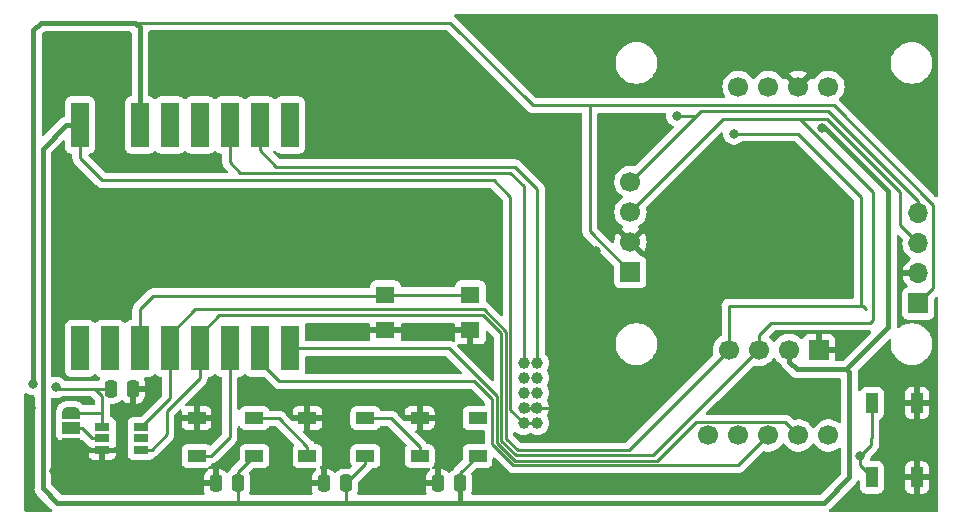
<source format=gbr>
%TF.GenerationSoftware,KiCad,Pcbnew,7.0.11*%
%TF.CreationDate,2024-10-30T13:42:53+11:00*%
%TF.ProjectId,iaq_device,6961715f-6465-4766-9963-652e6b696361,rev?*%
%TF.SameCoordinates,Original*%
%TF.FileFunction,Copper,L1,Top*%
%TF.FilePolarity,Positive*%
%FSLAX46Y46*%
G04 Gerber Fmt 4.6, Leading zero omitted, Abs format (unit mm)*
G04 Created by KiCad (PCBNEW 7.0.11) date 2024-10-30 13:42:53*
%MOMM*%
%LPD*%
G01*
G04 APERTURE LIST*
G04 Aperture macros list*
%AMRoundRect*
0 Rectangle with rounded corners*
0 $1 Rounding radius*
0 $2 $3 $4 $5 $6 $7 $8 $9 X,Y pos of 4 corners*
0 Add a 4 corners polygon primitive as box body*
4,1,4,$2,$3,$4,$5,$6,$7,$8,$9,$2,$3,0*
0 Add four circle primitives for the rounded corners*
1,1,$1+$1,$2,$3*
1,1,$1+$1,$4,$5*
1,1,$1+$1,$6,$7*
1,1,$1+$1,$8,$9*
0 Add four rect primitives between the rounded corners*
20,1,$1+$1,$2,$3,$4,$5,0*
20,1,$1+$1,$4,$5,$6,$7,0*
20,1,$1+$1,$6,$7,$8,$9,0*
20,1,$1+$1,$8,$9,$2,$3,0*%
%AMFreePoly0*
4,1,19,0.550000,-0.750000,0.000000,-0.750000,0.000000,-0.744911,-0.071157,-0.744911,-0.207708,-0.704816,-0.327430,-0.627875,-0.420627,-0.520320,-0.479746,-0.390866,-0.500000,-0.250000,-0.500000,0.250000,-0.479746,0.390866,-0.420627,0.520320,-0.327430,0.627875,-0.207708,0.704816,-0.071157,0.744911,0.000000,0.744911,0.000000,0.750000,0.550000,0.750000,0.550000,-0.750000,0.550000,-0.750000,
$1*%
%AMFreePoly1*
4,1,19,0.000000,0.744911,0.071157,0.744911,0.207708,0.704816,0.327430,0.627875,0.420627,0.520320,0.479746,0.390866,0.500000,0.250000,0.500000,-0.250000,0.479746,-0.390866,0.420627,-0.520320,0.327430,-0.627875,0.207708,-0.704816,0.071157,-0.744911,0.000000,-0.744911,0.000000,-0.750000,-0.550000,-0.750000,-0.550000,0.750000,0.000000,0.750000,0.000000,0.744911,0.000000,0.744911,
$1*%
G04 Aperture macros list end*
%TA.AperFunction,SMDPad,CuDef*%
%ADD10R,1.300000X0.700000*%
%TD*%
%TA.AperFunction,SMDPad,CuDef*%
%ADD11RoundRect,0.250000X-0.250000X-0.475000X0.250000X-0.475000X0.250000X0.475000X-0.250000X0.475000X0*%
%TD*%
%TA.AperFunction,SMDPad,CuDef*%
%ADD12FreePoly0,270.000000*%
%TD*%
%TA.AperFunction,SMDPad,CuDef*%
%ADD13R,1.500000X1.000000*%
%TD*%
%TA.AperFunction,SMDPad,CuDef*%
%ADD14FreePoly1,270.000000*%
%TD*%
%TA.AperFunction,SMDPad,CuDef*%
%ADD15RoundRect,0.250000X0.250000X0.475000X-0.250000X0.475000X-0.250000X-0.475000X0.250000X-0.475000X0*%
%TD*%
%TA.AperFunction,SMDPad,CuDef*%
%ADD16R,1.600000X1.400000*%
%TD*%
%TA.AperFunction,ComponentPad*%
%ADD17R,1.700000X1.700000*%
%TD*%
%TA.AperFunction,ComponentPad*%
%ADD18C,1.700000*%
%TD*%
%TA.AperFunction,ComponentPad*%
%ADD19O,1.700000X1.700000*%
%TD*%
%TA.AperFunction,SMDPad,CuDef*%
%ADD20R,1.000000X1.700000*%
%TD*%
%TA.AperFunction,SMDPad,CuDef*%
%ADD21R,1.524000X3.815772*%
%TD*%
%TA.AperFunction,ComponentPad*%
%ADD22C,1.000000*%
%TD*%
%TA.AperFunction,ViaPad*%
%ADD23C,0.800000*%
%TD*%
%TA.AperFunction,Conductor*%
%ADD24C,0.254000*%
%TD*%
%TA.AperFunction,Conductor*%
%ADD25C,0.400000*%
%TD*%
G04 APERTURE END LIST*
D10*
X105900000Y-109400000D03*
X105900000Y-110350000D03*
X105900000Y-111300000D03*
X109200000Y-111300000D03*
X109200000Y-110350000D03*
X109200000Y-109400000D03*
D11*
X106619000Y-106172000D03*
X108519000Y-106172000D03*
D12*
X103251000Y-108204000D03*
D13*
X103251000Y-109504000D03*
D14*
X103251000Y-110804000D03*
D13*
X113890000Y-108636000D03*
X113890000Y-111836000D03*
X118790000Y-111836000D03*
X118790000Y-108636000D03*
X123280000Y-108636000D03*
X123280000Y-111836000D03*
X128180000Y-111836000D03*
X128180000Y-108636000D03*
X132778000Y-108636000D03*
X132778000Y-111836000D03*
X137678000Y-111836000D03*
X137678000Y-108636000D03*
D15*
X117409000Y-114173000D03*
X115509000Y-114173000D03*
X126553000Y-114173000D03*
X124653000Y-114173000D03*
X136205000Y-114173000D03*
X134305000Y-114173000D03*
D16*
X129877000Y-98195000D03*
X137077000Y-98195000D03*
X129877000Y-101195000D03*
X137077000Y-101195000D03*
D17*
X166590000Y-102870000D03*
D18*
X164050000Y-102870000D03*
X161510000Y-102870000D03*
X158970000Y-102870000D03*
D17*
X175006000Y-98933000D03*
D19*
X175006000Y-96393000D03*
X175006000Y-93853000D03*
X175006000Y-91313000D03*
D17*
X150622000Y-96266000D03*
D18*
X150622000Y-93726000D03*
X150622000Y-91186000D03*
X150622000Y-88646000D03*
D20*
X174869000Y-107365000D03*
X174869000Y-113665000D03*
X171069000Y-107365000D03*
X171069000Y-113665000D03*
D21*
X104017688Y-83822886D03*
X104013000Y-102735000D03*
X106553000Y-83822886D03*
X106553000Y-102735000D03*
X109093000Y-83822886D03*
X109093000Y-102735000D03*
X111633000Y-83822886D03*
X111633000Y-102735000D03*
X114173000Y-83822886D03*
X114173000Y-102735000D03*
X116713000Y-83822886D03*
X116713000Y-102735000D03*
X119253000Y-83822886D03*
X119253000Y-102735000D03*
X121793000Y-83822886D03*
X121793000Y-102735000D03*
D18*
X167386000Y-110109000D03*
X164846000Y-110109000D03*
X162306000Y-110109000D03*
X159766000Y-110109000D03*
X157226000Y-110109000D03*
X167386000Y-80569000D03*
X164846000Y-80569000D03*
X162306000Y-80569000D03*
X159766000Y-80569000D03*
D22*
X142740000Y-109052000D03*
X141580000Y-109052000D03*
X142740000Y-107782000D03*
X141580000Y-107782000D03*
X142740000Y-106512000D03*
X141580000Y-106512000D03*
X142740000Y-105242000D03*
X141580000Y-105242000D03*
X142740000Y-103972000D03*
X141580000Y-103972000D03*
D23*
X144272000Y-79629000D03*
X103632000Y-76962000D03*
X106807000Y-76962000D03*
X106807000Y-79121000D03*
X138049000Y-103378000D03*
X130429000Y-107061000D03*
X169164000Y-101981000D03*
X113030000Y-86995000D03*
X147005574Y-98044000D03*
X112395000Y-114173000D03*
X144272000Y-75819000D03*
X129159000Y-114173000D03*
X124587000Y-82296000D03*
X174244000Y-84582000D03*
X101854000Y-113157000D03*
X150495000Y-84455000D03*
X126619000Y-101346000D03*
X164338000Y-77089000D03*
X155200588Y-98284060D03*
X105918000Y-114173000D03*
X172720000Y-105664000D03*
X129794000Y-104267000D03*
X134747000Y-93599000D03*
X120396000Y-93599000D03*
X167005000Y-106680000D03*
X157226000Y-89281000D03*
X133731000Y-82423000D03*
X122301000Y-114173000D03*
X158877000Y-77089000D03*
X104013000Y-93218000D03*
X102108000Y-103505000D03*
X107315000Y-90424000D03*
X99861000Y-107823000D03*
X147066000Y-102616000D03*
X132080000Y-114173000D03*
X147744827Y-94487671D03*
X172974000Y-114046000D03*
X119634000Y-114173000D03*
X103632000Y-79121000D03*
X145161000Y-107823000D03*
X139319000Y-114173000D03*
X128778000Y-82296000D03*
X100076000Y-105791000D03*
X101981000Y-106045000D03*
X166878000Y-84074000D03*
X159385000Y-84582000D03*
X154559000Y-83058000D03*
X170053000Y-111887002D03*
D24*
X142740000Y-107782000D02*
X141580000Y-107782000D01*
X142781000Y-107823000D02*
X142740000Y-107782000D01*
X105918000Y-111318000D02*
X105900000Y-111300000D01*
X145161000Y-107823000D02*
X142781000Y-107823000D01*
X118790000Y-108636000D02*
X120834000Y-108636000D01*
X123280000Y-111082000D02*
X123280000Y-111836000D01*
X120834000Y-108636000D02*
X123280000Y-111082000D01*
X132778000Y-111082000D02*
X132778000Y-111836000D01*
X128180000Y-108636000D02*
X130332000Y-108636000D01*
X130332000Y-108636000D02*
X132778000Y-111082000D01*
X104170000Y-109504000D02*
X105016000Y-110350000D01*
X103251000Y-109504000D02*
X104170000Y-109504000D01*
X105016000Y-110350000D02*
X105900000Y-110350000D01*
X176276000Y-90614500D02*
X176276000Y-97663000D01*
X106619000Y-106172000D02*
X105283000Y-106172000D01*
X105900000Y-106789000D02*
X105283000Y-106172000D01*
X147193000Y-82169000D02*
X142367000Y-82169000D01*
X105773000Y-108204000D02*
X103251000Y-108204000D01*
X105900000Y-109400000D02*
X105900000Y-108077000D01*
D25*
X100711000Y-75184000D02*
X108712000Y-75184000D01*
X100076000Y-105791000D02*
X100076000Y-75819000D01*
D24*
X135382000Y-75184000D02*
X108712000Y-75184000D01*
X102108000Y-106172000D02*
X101981000Y-106045000D01*
X105900000Y-108077000D02*
X105773000Y-108204000D01*
X147193000Y-92837000D02*
X150622000Y-96266000D01*
X105283000Y-106172000D02*
X102108000Y-106172000D01*
X147193000Y-82169000D02*
X167830500Y-82169000D01*
X142367000Y-82169000D02*
X135382000Y-75184000D01*
D25*
X109093000Y-75565000D02*
X109093000Y-83822886D01*
X100076000Y-75819000D02*
X100711000Y-75184000D01*
D24*
X147193000Y-82169000D02*
X147193000Y-92837000D01*
X105900000Y-108077000D02*
X105900000Y-106789000D01*
X167830500Y-82169000D02*
X176276000Y-90614500D01*
X176276000Y-97663000D02*
X175006000Y-98933000D01*
D25*
X108712000Y-75184000D02*
X109093000Y-75565000D01*
X100877000Y-85813000D02*
X100877000Y-114593000D01*
X169164000Y-113665000D02*
X169164000Y-104775000D01*
X164050000Y-103852000D02*
X164719000Y-104521000D01*
X104017688Y-83822886D02*
X102867114Y-83822886D01*
X172466000Y-100965000D02*
X172466000Y-89408000D01*
X117348000Y-115824000D02*
X126619000Y-115824000D01*
D24*
X117396500Y-114173000D02*
X117396500Y-115775500D01*
D25*
X102108000Y-115824000D02*
X117348000Y-115824000D01*
D24*
X142740000Y-109052000D02*
X141580000Y-109052000D01*
D25*
X168910000Y-104521000D02*
X172466000Y-100965000D01*
X136144000Y-115824000D02*
X136192500Y-115775500D01*
D24*
X136192500Y-114173000D02*
X136192500Y-113321500D01*
X117396500Y-115775500D02*
X117348000Y-115824000D01*
X117396500Y-114173000D02*
X117396500Y-113229500D01*
X104017688Y-86618688D02*
X104017688Y-83822886D01*
D25*
X102867114Y-83822886D02*
X100877000Y-85813000D01*
X135509000Y-115824000D02*
X136144000Y-115824000D01*
D24*
X117396500Y-113229500D02*
X118790000Y-111836000D01*
D25*
X135509000Y-115824000D02*
X167005000Y-115824000D01*
X164719000Y-104521000D02*
X168910000Y-104521000D01*
D24*
X140462000Y-89916000D02*
X139065000Y-88519000D01*
X140462000Y-107934000D02*
X140462000Y-89916000D01*
D25*
X126619000Y-115824000D02*
X135509000Y-115824000D01*
D24*
X105918000Y-88519000D02*
X104017688Y-86618688D01*
X126540500Y-115745500D02*
X126619000Y-115824000D01*
X128180000Y-112533500D02*
X128180000Y-111836000D01*
D25*
X169164000Y-104775000D02*
X168910000Y-104521000D01*
D24*
X141580000Y-109052000D02*
X140462000Y-107934000D01*
X126540500Y-114173000D02*
X126540500Y-115745500D01*
D25*
X167132000Y-84074000D02*
X166878000Y-84074000D01*
D24*
X136192500Y-113321500D02*
X137678000Y-111836000D01*
X139065000Y-88519000D02*
X105918000Y-88519000D01*
D25*
X100877000Y-114593000D02*
X102108000Y-115824000D01*
X167005000Y-115824000D02*
X169164000Y-113665000D01*
X172466000Y-89408000D02*
X167132000Y-84074000D01*
D24*
X126540500Y-114173000D02*
X128180000Y-112533500D01*
D25*
X136192500Y-115775500D02*
X136192500Y-114173000D01*
X164050000Y-102870000D02*
X164050000Y-103852000D01*
D24*
X138206816Y-99441000D02*
X113781114Y-99441000D01*
X156591000Y-82677000D02*
X167386000Y-82677000D01*
X111633000Y-101589114D02*
X111633000Y-102735000D01*
X156210000Y-83058000D02*
X156591000Y-82677000D01*
X170180000Y-99060000D02*
X170180000Y-89916000D01*
X150622000Y-88646000D02*
X156210000Y-83058000D01*
X158970000Y-102870000D02*
X150461000Y-111379000D01*
X140081000Y-110397552D02*
X140081000Y-101315184D01*
X113781114Y-99441000D02*
X111633000Y-101589114D01*
X164846000Y-84582000D02*
X159385000Y-84582000D01*
X154559000Y-83058000D02*
X156210000Y-83058000D01*
X109200000Y-109400000D02*
X111633000Y-106967000D01*
X150461000Y-111379000D02*
X141062448Y-111379000D01*
X158970000Y-99153000D02*
X170273000Y-99153000D01*
X167386000Y-82677000D02*
X175006000Y-90297000D01*
X158970000Y-102870000D02*
X158970000Y-99153000D01*
X170561000Y-99441000D02*
X170180000Y-99060000D01*
X140081000Y-101315184D02*
X138206816Y-99441000D01*
X141062448Y-111379000D02*
X140081000Y-110397552D01*
X111633000Y-106967000D02*
X111633000Y-102735000D01*
X170273000Y-99153000D02*
X170561000Y-99441000D01*
X170180000Y-89916000D02*
X164846000Y-84582000D01*
X175006000Y-90297000D02*
X175006000Y-91313000D01*
X167274000Y-83327000D02*
X164973000Y-83327000D01*
X171196000Y-100330000D02*
X171196000Y-89535000D01*
X139700000Y-110555367D02*
X140904632Y-111760000D01*
X158481000Y-83327000D02*
X150622000Y-91186000D01*
X162560000Y-100584000D02*
X170942000Y-100584000D01*
X114173000Y-105283000D02*
X114173000Y-102735000D01*
X114173000Y-102735000D02*
X114173000Y-101589114D01*
X114173000Y-101589114D02*
X115813114Y-99949000D01*
X161510000Y-102777000D02*
X161510000Y-101634000D01*
X109200000Y-111300000D02*
X110104000Y-111300000D01*
X173482000Y-92329000D02*
X173482000Y-89535000D01*
X173482000Y-89535000D02*
X167274000Y-83327000D01*
X115813114Y-99949000D02*
X138176000Y-99949000D01*
X111379000Y-110025000D02*
X111379000Y-108077000D01*
X175006000Y-93853000D02*
X173482000Y-92329000D01*
X111379000Y-108077000D02*
X114173000Y-105283000D01*
X161510000Y-101634000D02*
X162560000Y-100584000D01*
X152527000Y-111760000D02*
X161510000Y-102777000D01*
X171196000Y-89535000D02*
X164988000Y-83327000D01*
X139700000Y-101473000D02*
X139700000Y-110555367D01*
X164973000Y-83327000D02*
X158481000Y-83327000D01*
X164988000Y-83327000D02*
X164973000Y-83327000D01*
X170942000Y-100584000D02*
X171196000Y-100330000D01*
X110104000Y-111300000D02*
X111379000Y-110025000D01*
X138176000Y-99949000D02*
X139700000Y-101473000D01*
X140904632Y-111760000D02*
X152527000Y-111760000D01*
X140843000Y-87376000D02*
X120650000Y-87376000D01*
X142748000Y-103964000D02*
X142748000Y-89281000D01*
X142740000Y-103972000D02*
X142748000Y-103964000D01*
X120650000Y-87376000D02*
X119253000Y-85979000D01*
X119253000Y-85979000D02*
X119253000Y-83822886D01*
X142748000Y-89281000D02*
X140843000Y-87376000D01*
X139319000Y-110713182D02*
X139319000Y-106807000D01*
X164846000Y-110109000D02*
X163742000Y-109005000D01*
X139319000Y-106807000D02*
X135247000Y-102735000D01*
X140873816Y-112268000D02*
X139319000Y-110713182D01*
X135247000Y-102735000D02*
X121793000Y-102735000D01*
X156171000Y-109005000D02*
X152908000Y-112268000D01*
X163742000Y-109005000D02*
X156171000Y-109005000D01*
X152908000Y-112268000D02*
X140873816Y-112268000D01*
X115113000Y-111836000D02*
X116713000Y-110236000D01*
X113890000Y-111836000D02*
X115113000Y-111836000D01*
X116713000Y-110236000D02*
X116713000Y-102735000D01*
X137414000Y-105537000D02*
X120909114Y-105537000D01*
X138938000Y-110870997D02*
X138938000Y-107061000D01*
X138938000Y-107061000D02*
X137414000Y-105537000D01*
X140716000Y-112648999D02*
X138938000Y-110870997D01*
X120909114Y-105537000D02*
X119253000Y-103880886D01*
X119253000Y-103880886D02*
X119253000Y-102735000D01*
X159766001Y-112648999D02*
X140716000Y-112648999D01*
X162306000Y-110109000D02*
X159766001Y-112648999D01*
X129877000Y-98195000D02*
X137077000Y-98195000D01*
X109093000Y-102735000D02*
X109093000Y-99441000D01*
X129774000Y-98298000D02*
X129877000Y-98195000D01*
X109093000Y-99441000D02*
X110236000Y-98298000D01*
X110236000Y-98298000D02*
X129774000Y-98298000D01*
X117602000Y-87884000D02*
X116713000Y-86995000D01*
X141580000Y-103972000D02*
X141580000Y-89002000D01*
X141580000Y-89002000D02*
X140462000Y-87884000D01*
X116713000Y-86995000D02*
X116713000Y-83822886D01*
X140462000Y-87884000D02*
X117602000Y-87884000D01*
X170053000Y-112649000D02*
X171069000Y-113665000D01*
X171020000Y-110920002D02*
X170053000Y-111887002D01*
X171069000Y-110314000D02*
X171069000Y-107365000D01*
X171020000Y-110363000D02*
X171069000Y-110314000D01*
X170053000Y-111887002D02*
X170053000Y-112649000D01*
X171020000Y-110363000D02*
X171020000Y-110920002D01*
%TA.AperFunction,Conductor*%
G36*
X99514057Y-106505691D02*
G01*
X99619248Y-106582118D01*
X99793712Y-106659794D01*
X99980513Y-106699500D01*
X100042500Y-106699500D01*
X100110621Y-106719502D01*
X100157114Y-106773158D01*
X100168500Y-106825500D01*
X100168500Y-114567782D01*
X100168270Y-114575390D01*
X100164598Y-114636092D01*
X100175559Y-114695910D01*
X100176704Y-114703433D01*
X100184033Y-114763794D01*
X100184034Y-114763798D01*
X100187650Y-114773333D01*
X100193770Y-114795286D01*
X100195060Y-114802324D01*
X100195612Y-114805332D01*
X100220572Y-114860794D01*
X100223483Y-114867821D01*
X100227443Y-114878261D01*
X100245046Y-114924675D01*
X100250840Y-114933069D01*
X100262035Y-114952919D01*
X100266223Y-114962222D01*
X100266225Y-114962226D01*
X100303726Y-115010093D01*
X100308234Y-115016220D01*
X100342783Y-115066271D01*
X100342784Y-115066272D01*
X100342785Y-115066273D01*
X100375773Y-115095498D01*
X100388316Y-115106610D01*
X100393857Y-115111827D01*
X101589171Y-116307141D01*
X101594387Y-116312682D01*
X101634724Y-116358212D01*
X101640434Y-116363271D01*
X101638955Y-116364939D01*
X101676656Y-116411455D01*
X101684443Y-116482023D01*
X101652843Y-116545599D01*
X101591886Y-116581998D01*
X101560383Y-116586000D01*
X99440000Y-116586000D01*
X99371879Y-116565998D01*
X99325386Y-116512342D01*
X99314000Y-116460000D01*
X99314000Y-106607630D01*
X99334002Y-106539509D01*
X99387658Y-106493016D01*
X99457932Y-106482912D01*
X99514057Y-106505691D01*
G37*
%TD.AperFunction*%
%TA.AperFunction,Conductor*%
G36*
X173383012Y-93129198D02*
G01*
X173389595Y-93135327D01*
X173655561Y-93401293D01*
X173689587Y-93463605D01*
X173688611Y-93521318D01*
X173661436Y-93628628D01*
X173654496Y-93712387D01*
X173642844Y-93853000D01*
X173659731Y-94056798D01*
X173661437Y-94077375D01*
X173716702Y-94295612D01*
X173716703Y-94295613D01*
X173807141Y-94501793D01*
X173930275Y-94690265D01*
X173930279Y-94690270D01*
X174082762Y-94855908D01*
X174101632Y-94870595D01*
X174260424Y-94994189D01*
X174294205Y-95012470D01*
X174344596Y-95062482D01*
X174359949Y-95131799D01*
X174335389Y-95198412D01*
X174294209Y-95234096D01*
X174260704Y-95252228D01*
X174260698Y-95252232D01*
X174083097Y-95390465D01*
X173930674Y-95556041D01*
X173807580Y-95744451D01*
X173717179Y-95950543D01*
X173717176Y-95950550D01*
X173669455Y-96138999D01*
X173669456Y-96139000D01*
X174574884Y-96139000D01*
X174546507Y-96183156D01*
X174506000Y-96321111D01*
X174506000Y-96464889D01*
X174546507Y-96602844D01*
X174574884Y-96647000D01*
X173669455Y-96647000D01*
X173717176Y-96835449D01*
X173717179Y-96835456D01*
X173807580Y-97041548D01*
X173930674Y-97229958D01*
X174073981Y-97385632D01*
X174105401Y-97449297D01*
X174097414Y-97519843D01*
X174052555Y-97574872D01*
X174025313Y-97589024D01*
X173909795Y-97632111D01*
X173909792Y-97632112D01*
X173792738Y-97719738D01*
X173705112Y-97836792D01*
X173705110Y-97836797D01*
X173654011Y-97973795D01*
X173654009Y-97973803D01*
X173647500Y-98034350D01*
X173647500Y-99831649D01*
X173654009Y-99892196D01*
X173654011Y-99892204D01*
X173705110Y-100029202D01*
X173705112Y-100029207D01*
X173792738Y-100146261D01*
X173909792Y-100233887D01*
X173909794Y-100233888D01*
X173909796Y-100233889D01*
X173968875Y-100255924D01*
X174046795Y-100284988D01*
X174046803Y-100284990D01*
X174107350Y-100291499D01*
X174107355Y-100291499D01*
X174107362Y-100291500D01*
X174107368Y-100291500D01*
X175904632Y-100291500D01*
X175904638Y-100291500D01*
X175904645Y-100291499D01*
X175904649Y-100291499D01*
X175965196Y-100284990D01*
X175965199Y-100284989D01*
X175965201Y-100284989D01*
X176102204Y-100233889D01*
X176219261Y-100146261D01*
X176270461Y-100077866D01*
X176306887Y-100029207D01*
X176306887Y-100029206D01*
X176306889Y-100029204D01*
X176357989Y-99892201D01*
X176364500Y-99831638D01*
X176364500Y-98525422D01*
X176384502Y-98457301D01*
X176401405Y-98436327D01*
X176441905Y-98395827D01*
X176504217Y-98361801D01*
X176575032Y-98366866D01*
X176631868Y-98409413D01*
X176656679Y-98475933D01*
X176657000Y-98484922D01*
X176657000Y-116460000D01*
X176636998Y-116528121D01*
X176583342Y-116574614D01*
X176531000Y-116586000D01*
X167552618Y-116586000D01*
X167484497Y-116565998D01*
X167438004Y-116512342D01*
X167427900Y-116442068D01*
X167457394Y-116377488D01*
X167472877Y-116363617D01*
X167472569Y-116363269D01*
X167478269Y-116358219D01*
X167478273Y-116358215D01*
X167518627Y-116312663D01*
X167523812Y-116307156D01*
X169647156Y-114183812D01*
X169652663Y-114178627D01*
X169698215Y-114138273D01*
X169732780Y-114088195D01*
X169737235Y-114082140D01*
X169774775Y-114034226D01*
X169778961Y-114024922D01*
X169790161Y-114005066D01*
X169795954Y-113996675D01*
X169816687Y-113942003D01*
X169859545Y-113885403D01*
X169926200Y-113860957D01*
X169995490Y-113876428D01*
X170045417Y-113926905D01*
X170060500Y-113986683D01*
X170060500Y-114563649D01*
X170067009Y-114624196D01*
X170067011Y-114624204D01*
X170118110Y-114761202D01*
X170118112Y-114761207D01*
X170205738Y-114878261D01*
X170322792Y-114965887D01*
X170322794Y-114965888D01*
X170322796Y-114965889D01*
X170381875Y-114987924D01*
X170459795Y-115016988D01*
X170459803Y-115016990D01*
X170520350Y-115023499D01*
X170520355Y-115023499D01*
X170520362Y-115023500D01*
X170520368Y-115023500D01*
X171617632Y-115023500D01*
X171617638Y-115023500D01*
X171617645Y-115023499D01*
X171617649Y-115023499D01*
X171678196Y-115016990D01*
X171678199Y-115016989D01*
X171678201Y-115016989D01*
X171688647Y-115013093D01*
X171697045Y-115009960D01*
X171815204Y-114965889D01*
X171815799Y-114965444D01*
X171932261Y-114878261D01*
X172019887Y-114761207D01*
X172019887Y-114761206D01*
X172019889Y-114761204D01*
X172063960Y-114643045D01*
X172070988Y-114624204D01*
X172070990Y-114624196D01*
X172077499Y-114563649D01*
X172077500Y-114563632D01*
X172077500Y-113919000D01*
X173861000Y-113919000D01*
X173861000Y-114563597D01*
X173867505Y-114624093D01*
X173918555Y-114760964D01*
X173918555Y-114760965D01*
X174006095Y-114877904D01*
X174123034Y-114965444D01*
X174259906Y-115016494D01*
X174320402Y-115022999D01*
X174320415Y-115023000D01*
X174615000Y-115023000D01*
X174615000Y-113919000D01*
X175123000Y-113919000D01*
X175123000Y-115023000D01*
X175417585Y-115023000D01*
X175417597Y-115022999D01*
X175478093Y-115016494D01*
X175614964Y-114965444D01*
X175614965Y-114965444D01*
X175731904Y-114877904D01*
X175819444Y-114760965D01*
X175819444Y-114760964D01*
X175870494Y-114624093D01*
X175876999Y-114563597D01*
X175877000Y-114563585D01*
X175877000Y-113919000D01*
X175123000Y-113919000D01*
X174615000Y-113919000D01*
X173861000Y-113919000D01*
X172077500Y-113919000D01*
X172077500Y-113411000D01*
X173861000Y-113411000D01*
X174615000Y-113411000D01*
X174615000Y-112307000D01*
X175123000Y-112307000D01*
X175123000Y-113411000D01*
X175877000Y-113411000D01*
X175877000Y-112766414D01*
X175876999Y-112766402D01*
X175870494Y-112705906D01*
X175819444Y-112569035D01*
X175819444Y-112569034D01*
X175731904Y-112452095D01*
X175614965Y-112364555D01*
X175478093Y-112313505D01*
X175417597Y-112307000D01*
X175123000Y-112307000D01*
X174615000Y-112307000D01*
X174320402Y-112307000D01*
X174259906Y-112313505D01*
X174123035Y-112364555D01*
X174123034Y-112364555D01*
X174006095Y-112452095D01*
X173918555Y-112569034D01*
X173918555Y-112569035D01*
X173867505Y-112705906D01*
X173861000Y-112766402D01*
X173861000Y-113411000D01*
X172077500Y-113411000D01*
X172077500Y-112766367D01*
X172077499Y-112766350D01*
X172070990Y-112705803D01*
X172070988Y-112705795D01*
X172024890Y-112582204D01*
X172019889Y-112568796D01*
X172019888Y-112568794D01*
X172019887Y-112568792D01*
X171932261Y-112451738D01*
X171815207Y-112364112D01*
X171815202Y-112364110D01*
X171678204Y-112313011D01*
X171678196Y-112313009D01*
X171617649Y-112306500D01*
X171617638Y-112306500D01*
X171045374Y-112306500D01*
X170977253Y-112286498D01*
X170930760Y-112232842D01*
X170920656Y-112162568D01*
X170925541Y-112141563D01*
X170938757Y-112100889D01*
X170946542Y-112076930D01*
X170963575Y-111914866D01*
X170990587Y-111849213D01*
X170999780Y-111838953D01*
X171409919Y-111428814D01*
X171422378Y-111418835D01*
X171422192Y-111418610D01*
X171428298Y-111413557D01*
X171428303Y-111413555D01*
X171475103Y-111363716D01*
X171477794Y-111360939D01*
X171497639Y-111341096D01*
X171500131Y-111337882D01*
X171507839Y-111328855D01*
X171538217Y-111296508D01*
X171548025Y-111278665D01*
X171558868Y-111262158D01*
X171571350Y-111246068D01*
X171588977Y-111205331D01*
X171594188Y-111194695D01*
X171615569Y-111155805D01*
X171620631Y-111136086D01*
X171627029Y-111117395D01*
X171635117Y-111098709D01*
X171642057Y-111054887D01*
X171644465Y-111043258D01*
X171654683Y-111003464D01*
X171655500Y-111000284D01*
X171655500Y-110979935D01*
X171657051Y-110960224D01*
X171658444Y-110951429D01*
X171660235Y-110940122D01*
X171656059Y-110895945D01*
X171655500Y-110884087D01*
X171655500Y-110596743D01*
X171662972Y-110557580D01*
X171662597Y-110557484D01*
X171664128Y-110551517D01*
X171664351Y-110550353D01*
X171664566Y-110549808D01*
X171664569Y-110549803D01*
X171669630Y-110530087D01*
X171676031Y-110511391D01*
X171684117Y-110492708D01*
X171691057Y-110448883D01*
X171693466Y-110437254D01*
X171704499Y-110394288D01*
X171704500Y-110394281D01*
X171704500Y-110373934D01*
X171706051Y-110354223D01*
X171706551Y-110351065D01*
X171709235Y-110334121D01*
X171705059Y-110289944D01*
X171704500Y-110278086D01*
X171704500Y-108794663D01*
X171724502Y-108726542D01*
X171778158Y-108680049D01*
X171786469Y-108676607D01*
X171803171Y-108670376D01*
X171815204Y-108665889D01*
X171932261Y-108578261D01*
X171987407Y-108504595D01*
X172019887Y-108461207D01*
X172019888Y-108461205D01*
X172019889Y-108461204D01*
X172070989Y-108324201D01*
X172077500Y-108263638D01*
X172077500Y-107619000D01*
X173861000Y-107619000D01*
X173861000Y-108263597D01*
X173867505Y-108324093D01*
X173918555Y-108460964D01*
X173918555Y-108460965D01*
X174006095Y-108577904D01*
X174123034Y-108665444D01*
X174259906Y-108716494D01*
X174320402Y-108722999D01*
X174320415Y-108723000D01*
X174615000Y-108723000D01*
X174615000Y-107619000D01*
X175123000Y-107619000D01*
X175123000Y-108723000D01*
X175417585Y-108723000D01*
X175417597Y-108722999D01*
X175478093Y-108716494D01*
X175614964Y-108665444D01*
X175614965Y-108665444D01*
X175731904Y-108577904D01*
X175819444Y-108460965D01*
X175819444Y-108460964D01*
X175870494Y-108324093D01*
X175876999Y-108263597D01*
X175877000Y-108263585D01*
X175877000Y-107619000D01*
X175123000Y-107619000D01*
X174615000Y-107619000D01*
X173861000Y-107619000D01*
X172077500Y-107619000D01*
X172077500Y-107111000D01*
X173861000Y-107111000D01*
X174615000Y-107111000D01*
X174615000Y-106007000D01*
X175123000Y-106007000D01*
X175123000Y-107111000D01*
X175877000Y-107111000D01*
X175877000Y-106466414D01*
X175876999Y-106466402D01*
X175870494Y-106405906D01*
X175819444Y-106269035D01*
X175819444Y-106269034D01*
X175731904Y-106152095D01*
X175614965Y-106064555D01*
X175478093Y-106013505D01*
X175417597Y-106007000D01*
X175123000Y-106007000D01*
X174615000Y-106007000D01*
X174320402Y-106007000D01*
X174259906Y-106013505D01*
X174123035Y-106064555D01*
X174123034Y-106064555D01*
X174006095Y-106152095D01*
X173918555Y-106269034D01*
X173918555Y-106269035D01*
X173867505Y-106405906D01*
X173861000Y-106466402D01*
X173861000Y-107111000D01*
X172077500Y-107111000D01*
X172077500Y-106466362D01*
X172071001Y-106405906D01*
X172070990Y-106405803D01*
X172070988Y-106405795D01*
X172022832Y-106276687D01*
X172019889Y-106268796D01*
X172019888Y-106268794D01*
X172019887Y-106268792D01*
X171932261Y-106151738D01*
X171815207Y-106064112D01*
X171815202Y-106064110D01*
X171678204Y-106013011D01*
X171678196Y-106013009D01*
X171617649Y-106006500D01*
X171617638Y-106006500D01*
X170520362Y-106006500D01*
X170520350Y-106006500D01*
X170459803Y-106013009D01*
X170459795Y-106013011D01*
X170322797Y-106064110D01*
X170322792Y-106064112D01*
X170205738Y-106151738D01*
X170118112Y-106268792D01*
X170118111Y-106268795D01*
X170116555Y-106272968D01*
X170113888Y-106276530D01*
X170113795Y-106276701D01*
X170113770Y-106276687D01*
X170074007Y-106329803D01*
X170007487Y-106354613D01*
X169938113Y-106339521D01*
X169887912Y-106289318D01*
X169872500Y-106228934D01*
X169872500Y-104800205D01*
X169872730Y-104792598D01*
X169876401Y-104731907D01*
X169865434Y-104672063D01*
X169864300Y-104664615D01*
X169861306Y-104639952D01*
X169872954Y-104569920D01*
X169897290Y-104535679D01*
X172494883Y-101938086D01*
X172557193Y-101904062D01*
X172628008Y-101909127D01*
X172684844Y-101951674D01*
X172709655Y-102018194D01*
X172708569Y-102045961D01*
X172679500Y-102238818D01*
X172679500Y-102501182D01*
X172701224Y-102645311D01*
X172718604Y-102760619D01*
X172795933Y-103011314D01*
X172795938Y-103011327D01*
X172909773Y-103247706D01*
X172909777Y-103247713D01*
X173019739Y-103408996D01*
X173057567Y-103464479D01*
X173236019Y-103656805D01*
X173441143Y-103820386D01*
X173441146Y-103820388D01*
X173668352Y-103951566D01*
X173668356Y-103951567D01*
X173668357Y-103951568D01*
X173912584Y-104047420D01*
X174168370Y-104105802D01*
X174364506Y-104120500D01*
X174364507Y-104120500D01*
X174495493Y-104120500D01*
X174495494Y-104120500D01*
X174691630Y-104105802D01*
X174947416Y-104047420D01*
X175191643Y-103951568D01*
X175191645Y-103951566D01*
X175191647Y-103951566D01*
X175327890Y-103872906D01*
X175418857Y-103820386D01*
X175623981Y-103656805D01*
X175802433Y-103464479D01*
X175950228Y-103247704D01*
X176064063Y-103011323D01*
X176085481Y-102941889D01*
X176141395Y-102760619D01*
X176158728Y-102645624D01*
X176180500Y-102501182D01*
X176180500Y-102238818D01*
X176141396Y-101979385D01*
X176141395Y-101979383D01*
X176141395Y-101979380D01*
X176064066Y-101728685D01*
X176064061Y-101728672D01*
X176008779Y-101613879D01*
X175950228Y-101492296D01*
X175950226Y-101492293D01*
X175950222Y-101492286D01*
X175802437Y-101275527D01*
X175802433Y-101275521D01*
X175623981Y-101083195D01*
X175418857Y-100919614D01*
X175418852Y-100919611D01*
X175418853Y-100919611D01*
X175191647Y-100788433D01*
X175191639Y-100788430D01*
X174947419Y-100692581D01*
X174947417Y-100692580D01*
X174691633Y-100634198D01*
X174544528Y-100623174D01*
X174495494Y-100619500D01*
X174364506Y-100619500D01*
X174325278Y-100622439D01*
X174168366Y-100634198D01*
X173912582Y-100692580D01*
X173912580Y-100692581D01*
X173668360Y-100788430D01*
X173668352Y-100788433D01*
X173441146Y-100919611D01*
X173414326Y-100941000D01*
X173379058Y-100969124D01*
X173313330Y-100995958D01*
X173243526Y-100982996D01*
X173191812Y-100934354D01*
X173174500Y-100870613D01*
X173174500Y-93224422D01*
X173194502Y-93156301D01*
X173248158Y-93109808D01*
X173318432Y-93099704D01*
X173383012Y-93129198D01*
G37*
%TD.AperFunction*%
%TA.AperFunction,Conductor*%
G36*
X118072096Y-104933957D02*
G01*
X118083868Y-104947543D01*
X118127738Y-105006147D01*
X118244792Y-105093773D01*
X118244794Y-105093774D01*
X118244796Y-105093775D01*
X118303875Y-105115810D01*
X118381795Y-105144874D01*
X118381803Y-105144876D01*
X118442350Y-105151385D01*
X118442355Y-105151385D01*
X118442362Y-105151386D01*
X119572577Y-105151386D01*
X119640698Y-105171388D01*
X119661672Y-105188291D01*
X120400299Y-105926918D01*
X120410286Y-105939382D01*
X120410510Y-105939197D01*
X120415561Y-105945303D01*
X120465378Y-105992084D01*
X120468222Y-105994841D01*
X120488015Y-106014635D01*
X120488018Y-106014637D01*
X120488020Y-106014639D01*
X120489754Y-106015984D01*
X120491240Y-106017137D01*
X120500263Y-106024843D01*
X120532608Y-106055217D01*
X120532610Y-106055218D01*
X120550438Y-106065019D01*
X120566966Y-106075876D01*
X120583047Y-106088350D01*
X120623771Y-106105972D01*
X120634427Y-106111193D01*
X120673307Y-106132567D01*
X120673305Y-106132567D01*
X120673309Y-106132568D01*
X120673311Y-106132569D01*
X120693026Y-106137630D01*
X120711728Y-106144034D01*
X120730406Y-106152117D01*
X120757016Y-106156331D01*
X120774227Y-106159057D01*
X120785856Y-106161465D01*
X120828832Y-106172500D01*
X120849180Y-106172500D01*
X120868889Y-106174050D01*
X120888993Y-106177235D01*
X120933170Y-106173058D01*
X120945027Y-106172500D01*
X137098578Y-106172500D01*
X137166699Y-106192502D01*
X137187673Y-106209405D01*
X138265595Y-107287327D01*
X138299621Y-107349639D01*
X138302500Y-107376422D01*
X138302500Y-107501500D01*
X138282498Y-107569621D01*
X138228842Y-107616114D01*
X138176500Y-107627500D01*
X136879350Y-107627500D01*
X136818803Y-107634009D01*
X136818795Y-107634011D01*
X136681797Y-107685110D01*
X136681792Y-107685112D01*
X136564738Y-107772738D01*
X136477112Y-107889792D01*
X136477110Y-107889797D01*
X136426011Y-108026795D01*
X136426009Y-108026803D01*
X136419500Y-108087350D01*
X136419500Y-109184649D01*
X136426009Y-109245196D01*
X136426011Y-109245204D01*
X136477110Y-109382202D01*
X136477112Y-109382207D01*
X136564738Y-109499261D01*
X136681792Y-109586887D01*
X136681794Y-109586888D01*
X136681796Y-109586889D01*
X136740875Y-109608924D01*
X136818795Y-109637988D01*
X136818803Y-109637990D01*
X136879350Y-109644499D01*
X136879355Y-109644499D01*
X136879362Y-109644500D01*
X138176500Y-109644500D01*
X138244621Y-109664502D01*
X138291114Y-109718158D01*
X138302500Y-109770500D01*
X138302500Y-110701500D01*
X138282498Y-110769621D01*
X138228842Y-110816114D01*
X138176500Y-110827500D01*
X136879350Y-110827500D01*
X136818803Y-110834009D01*
X136818795Y-110834011D01*
X136681797Y-110885110D01*
X136681792Y-110885112D01*
X136564738Y-110972738D01*
X136477112Y-111089792D01*
X136477110Y-111089797D01*
X136426011Y-111226795D01*
X136426009Y-111226803D01*
X136419500Y-111287350D01*
X136419500Y-112143575D01*
X136399498Y-112211696D01*
X136382595Y-112232671D01*
X135802575Y-112812690D01*
X135790116Y-112822673D01*
X135790301Y-112822897D01*
X135784200Y-112827943D01*
X135737427Y-112877751D01*
X135734679Y-112880586D01*
X135714859Y-112900407D01*
X135714856Y-112900411D01*
X135712348Y-112903644D01*
X135704658Y-112912645D01*
X135674285Y-112944990D01*
X135674282Y-112944995D01*
X135664474Y-112962834D01*
X135653625Y-112979350D01*
X135647748Y-112986927D01*
X135614333Y-113016943D01*
X135578715Y-113038913D01*
X135481347Y-113098970D01*
X135481341Y-113098975D01*
X135355971Y-113224345D01*
X135353511Y-113227457D01*
X135351281Y-113229035D01*
X135350780Y-113229537D01*
X135350694Y-113229451D01*
X135295568Y-113268483D01*
X135224643Y-113271671D01*
X135163254Y-113236008D01*
X135155837Y-113227446D01*
X135153632Y-113224657D01*
X135028345Y-113099370D01*
X135028339Y-113099365D01*
X134877525Y-113006342D01*
X134709321Y-112950606D01*
X134709318Y-112950605D01*
X134605516Y-112940000D01*
X134559000Y-112940000D01*
X134559000Y-114301000D01*
X134538998Y-114369121D01*
X134485342Y-114415614D01*
X134433000Y-114427000D01*
X133297000Y-114427000D01*
X133297000Y-114698516D01*
X133307605Y-114802318D01*
X133307606Y-114802324D01*
X133356497Y-114949868D01*
X133358937Y-115020822D01*
X133322629Y-115081832D01*
X133259100Y-115113528D01*
X133236892Y-115115500D01*
X127621635Y-115115500D01*
X127553514Y-115095498D01*
X127507021Y-115041842D01*
X127496917Y-114971568D01*
X127502028Y-114949873D01*
X127550887Y-114802426D01*
X127561500Y-114698545D01*
X127561499Y-114102920D01*
X127581501Y-114034800D01*
X127598395Y-114013835D01*
X128569924Y-113042307D01*
X128582378Y-113032332D01*
X128582192Y-113032108D01*
X128588298Y-113027055D01*
X128588303Y-113027053D01*
X128635103Y-112977214D01*
X128637794Y-112974437D01*
X128657639Y-112954594D01*
X128660131Y-112951380D01*
X128667839Y-112942353D01*
X128698217Y-112910006D01*
X128698332Y-112909797D01*
X128698466Y-112909663D01*
X128702879Y-112903590D01*
X128703858Y-112904301D01*
X128748679Y-112859739D01*
X128808746Y-112844500D01*
X128978632Y-112844500D01*
X128978638Y-112844500D01*
X128978645Y-112844499D01*
X128978649Y-112844499D01*
X129039196Y-112837990D01*
X129039199Y-112837989D01*
X129039201Y-112837989D01*
X129040467Y-112837517D01*
X129066135Y-112827943D01*
X129176204Y-112786889D01*
X129177725Y-112785751D01*
X129293261Y-112699261D01*
X129380887Y-112582207D01*
X129380888Y-112582205D01*
X129380889Y-112582204D01*
X129429418Y-112452095D01*
X129431988Y-112445204D01*
X129431990Y-112445196D01*
X129438499Y-112384649D01*
X129438500Y-112384632D01*
X129438500Y-111287367D01*
X129438499Y-111287350D01*
X129431990Y-111226803D01*
X129431988Y-111226795D01*
X129389136Y-111111908D01*
X129380889Y-111089796D01*
X129380888Y-111089794D01*
X129380887Y-111089792D01*
X129293261Y-110972738D01*
X129176207Y-110885112D01*
X129176202Y-110885110D01*
X129039204Y-110834011D01*
X129039196Y-110834009D01*
X128978649Y-110827500D01*
X128978638Y-110827500D01*
X127381362Y-110827500D01*
X127381350Y-110827500D01*
X127320803Y-110834009D01*
X127320795Y-110834011D01*
X127183797Y-110885110D01*
X127183792Y-110885112D01*
X127066738Y-110972738D01*
X126979112Y-111089792D01*
X126979110Y-111089797D01*
X126928011Y-111226795D01*
X126928009Y-111226803D01*
X126921500Y-111287350D01*
X126921500Y-112384649D01*
X126928009Y-112445196D01*
X126928011Y-112445204D01*
X126979110Y-112582202D01*
X126979110Y-112582203D01*
X127022187Y-112639746D01*
X127046998Y-112706267D01*
X127031907Y-112775641D01*
X127010414Y-112804351D01*
X126912170Y-112902595D01*
X126849858Y-112936621D01*
X126823075Y-112939500D01*
X126252455Y-112939500D01*
X126148574Y-112950112D01*
X125980261Y-113005885D01*
X125829347Y-113098970D01*
X125829341Y-113098975D01*
X125703971Y-113224345D01*
X125701511Y-113227457D01*
X125699281Y-113229035D01*
X125698780Y-113229537D01*
X125698694Y-113229451D01*
X125643568Y-113268483D01*
X125572643Y-113271671D01*
X125511254Y-113236008D01*
X125503837Y-113227446D01*
X125501632Y-113224657D01*
X125376345Y-113099370D01*
X125376339Y-113099365D01*
X125225525Y-113006342D01*
X125057321Y-112950606D01*
X125057318Y-112950605D01*
X124953516Y-112940000D01*
X124907000Y-112940000D01*
X124907000Y-114301000D01*
X124886998Y-114369121D01*
X124833342Y-114415614D01*
X124781000Y-114427000D01*
X123645000Y-114427000D01*
X123645000Y-114698516D01*
X123655605Y-114802318D01*
X123655606Y-114802324D01*
X123704497Y-114949868D01*
X123706937Y-115020822D01*
X123670629Y-115081832D01*
X123607100Y-115113528D01*
X123584892Y-115115500D01*
X118477635Y-115115500D01*
X118409514Y-115095498D01*
X118363021Y-115041842D01*
X118352917Y-114971568D01*
X118358028Y-114949873D01*
X118406887Y-114802426D01*
X118417500Y-114698545D01*
X118417499Y-113647456D01*
X118406887Y-113543574D01*
X118351115Y-113375262D01*
X118326489Y-113335337D01*
X118307752Y-113266861D01*
X118329011Y-113199122D01*
X118344629Y-113180102D01*
X118643329Y-112881404D01*
X118705641Y-112847379D01*
X118732424Y-112844500D01*
X119588632Y-112844500D01*
X119588638Y-112844500D01*
X119588645Y-112844499D01*
X119588649Y-112844499D01*
X119649196Y-112837990D01*
X119649199Y-112837989D01*
X119649201Y-112837989D01*
X119650467Y-112837517D01*
X119676135Y-112827943D01*
X119786204Y-112786889D01*
X119787725Y-112785751D01*
X119903261Y-112699261D01*
X119990887Y-112582207D01*
X119990888Y-112582205D01*
X119990889Y-112582204D01*
X120039418Y-112452095D01*
X120041988Y-112445204D01*
X120041990Y-112445196D01*
X120048499Y-112384649D01*
X120048500Y-112384632D01*
X120048500Y-111287367D01*
X120048499Y-111287350D01*
X120041990Y-111226803D01*
X120041988Y-111226795D01*
X119999136Y-111111908D01*
X119990889Y-111089796D01*
X119990888Y-111089794D01*
X119990887Y-111089792D01*
X119903261Y-110972738D01*
X119786207Y-110885112D01*
X119786202Y-110885110D01*
X119649204Y-110834011D01*
X119649196Y-110834009D01*
X119588649Y-110827500D01*
X119588638Y-110827500D01*
X117991362Y-110827500D01*
X117991350Y-110827500D01*
X117930803Y-110834009D01*
X117930795Y-110834011D01*
X117793797Y-110885110D01*
X117793792Y-110885112D01*
X117676738Y-110972738D01*
X117589112Y-111089792D01*
X117589110Y-111089797D01*
X117538011Y-111226795D01*
X117538009Y-111226803D01*
X117531500Y-111287350D01*
X117531500Y-112143575D01*
X117511498Y-112211696D01*
X117494595Y-112232671D01*
X117006575Y-112720690D01*
X116994116Y-112730673D01*
X116994301Y-112730897D01*
X116988200Y-112735943D01*
X116941427Y-112785751D01*
X116938679Y-112788586D01*
X116918859Y-112808407D01*
X116918856Y-112808411D01*
X116916348Y-112811644D01*
X116908658Y-112820645D01*
X116878285Y-112852990D01*
X116878284Y-112852992D01*
X116868476Y-112870832D01*
X116857624Y-112887350D01*
X116845154Y-112903425D01*
X116845151Y-112903431D01*
X116827522Y-112944165D01*
X116822304Y-112954815D01*
X116800929Y-112993698D01*
X116798527Y-112999766D01*
X116754850Y-113055738D01*
X116747527Y-113060616D01*
X116685350Y-113098968D01*
X116559967Y-113224350D01*
X116557511Y-113227457D01*
X116555284Y-113229033D01*
X116554780Y-113229538D01*
X116554693Y-113229451D01*
X116499568Y-113268483D01*
X116428643Y-113271671D01*
X116367254Y-113236008D01*
X116359837Y-113227446D01*
X116357632Y-113224657D01*
X116232345Y-113099370D01*
X116232339Y-113099365D01*
X116081525Y-113006342D01*
X115913321Y-112950606D01*
X115913318Y-112950605D01*
X115809516Y-112940000D01*
X115763000Y-112940000D01*
X115763000Y-114301000D01*
X115742998Y-114369121D01*
X115689342Y-114415614D01*
X115637000Y-114427000D01*
X114501000Y-114427000D01*
X114501000Y-114698516D01*
X114511605Y-114802318D01*
X114511606Y-114802324D01*
X114560497Y-114949868D01*
X114562937Y-115020822D01*
X114526629Y-115081832D01*
X114463100Y-115113528D01*
X114440892Y-115115500D01*
X102453660Y-115115500D01*
X102385539Y-115095498D01*
X102364565Y-115078595D01*
X101622405Y-114336435D01*
X101588379Y-114274123D01*
X101585500Y-114247340D01*
X101585500Y-111554000D01*
X104742000Y-111554000D01*
X104742000Y-111698597D01*
X104748505Y-111759093D01*
X104799555Y-111895964D01*
X104799555Y-111895965D01*
X104887095Y-112012904D01*
X105004034Y-112100444D01*
X105140906Y-112151494D01*
X105201402Y-112157999D01*
X105201415Y-112158000D01*
X105646000Y-112158000D01*
X105646000Y-111554000D01*
X106154000Y-111554000D01*
X106154000Y-112158000D01*
X106598585Y-112158000D01*
X106598597Y-112157999D01*
X106659093Y-112151494D01*
X106795964Y-112100444D01*
X106795965Y-112100444D01*
X106912904Y-112012904D01*
X107000444Y-111895965D01*
X107000444Y-111895964D01*
X107051494Y-111759093D01*
X107057999Y-111698597D01*
X107058000Y-111698585D01*
X107058000Y-111554000D01*
X106154000Y-111554000D01*
X105646000Y-111554000D01*
X104742000Y-111554000D01*
X101585500Y-111554000D01*
X101585500Y-107045327D01*
X101605502Y-106977206D01*
X101659158Y-106930713D01*
X101729432Y-106920609D01*
X101737698Y-106922081D01*
X101885509Y-106953500D01*
X101885513Y-106953500D01*
X102076487Y-106953500D01*
X102263288Y-106913794D01*
X102437752Y-106836118D01*
X102444021Y-106831562D01*
X102510889Y-106807705D01*
X102518081Y-106807500D01*
X104967578Y-106807500D01*
X105035699Y-106827502D01*
X105056673Y-106844405D01*
X105227595Y-107015327D01*
X105261621Y-107077639D01*
X105264500Y-107104422D01*
X105264500Y-107442500D01*
X105244498Y-107510621D01*
X105190842Y-107557114D01*
X105138500Y-107568500D01*
X104349119Y-107568500D01*
X104280998Y-107548498D01*
X104253895Y-107525013D01*
X104219179Y-107484949D01*
X104191980Y-107461381D01*
X104110518Y-107390795D01*
X103987512Y-107311744D01*
X103987507Y-107311741D01*
X103855906Y-107251640D01*
X103852405Y-107250747D01*
X103716425Y-107210819D01*
X103574117Y-107190358D01*
X103574112Y-107190358D01*
X103517514Y-107190358D01*
X103517218Y-107190271D01*
X103465236Y-107190271D01*
X103036764Y-107190271D01*
X102985295Y-107190271D01*
X102984486Y-107190358D01*
X102927882Y-107190358D01*
X102794496Y-107209537D01*
X102794491Y-107209537D01*
X102791456Y-107209974D01*
X102785568Y-107210820D01*
X102645278Y-107252014D01*
X102645263Y-107252020D01*
X102514492Y-107311741D01*
X102514487Y-107311744D01*
X102391478Y-107390797D01*
X102391472Y-107390802D01*
X102286176Y-107482040D01*
X102284427Y-107483451D01*
X102282816Y-107484952D01*
X102187064Y-107595457D01*
X102109330Y-107716412D01*
X102048586Y-107849423D01*
X102008082Y-107987369D01*
X102008080Y-107987378D01*
X101987271Y-108132111D01*
X101987271Y-108754000D01*
X101990833Y-108803797D01*
X101992500Y-108827110D01*
X101995572Y-108837573D01*
X101996909Y-108886645D01*
X101999853Y-108886962D01*
X101992500Y-108955350D01*
X101992500Y-110052649D01*
X101999009Y-110113196D01*
X101999011Y-110113204D01*
X102050110Y-110250202D01*
X102050112Y-110250207D01*
X102137738Y-110367261D01*
X102254792Y-110454887D01*
X102254794Y-110454888D01*
X102254796Y-110454889D01*
X102288044Y-110467290D01*
X102391795Y-110505988D01*
X102391803Y-110505990D01*
X102452350Y-110512499D01*
X102452355Y-110512499D01*
X102452362Y-110512500D01*
X102452368Y-110512500D01*
X104049632Y-110512500D01*
X104049638Y-110512500D01*
X104049645Y-110512499D01*
X104049649Y-110512499D01*
X104110196Y-110505990D01*
X104110197Y-110505989D01*
X104110201Y-110505989D01*
X104153090Y-110489991D01*
X104223902Y-110484925D01*
X104286213Y-110518946D01*
X104286218Y-110518951D01*
X104507185Y-110739918D01*
X104517172Y-110752382D01*
X104517396Y-110752197D01*
X104522447Y-110758303D01*
X104534499Y-110769621D01*
X104572264Y-110805084D01*
X104575108Y-110807841D01*
X104594901Y-110827635D01*
X104594904Y-110827637D01*
X104594906Y-110827639D01*
X104596640Y-110828984D01*
X104598126Y-110830137D01*
X104607149Y-110837843D01*
X104639494Y-110868217D01*
X104639496Y-110868218D01*
X104657324Y-110878019D01*
X104673852Y-110888876D01*
X104693228Y-110903906D01*
X104734793Y-110961463D01*
X104742000Y-111003464D01*
X104742000Y-111046000D01*
X104821744Y-111046000D01*
X104889865Y-111066002D01*
X104897253Y-111071132D01*
X105003792Y-111150887D01*
X105003794Y-111150888D01*
X105003796Y-111150889D01*
X105018502Y-111156374D01*
X105140795Y-111201988D01*
X105140803Y-111201990D01*
X105201350Y-111208499D01*
X105201355Y-111208499D01*
X105201362Y-111208500D01*
X105201368Y-111208500D01*
X106598632Y-111208500D01*
X106598638Y-111208500D01*
X106598645Y-111208499D01*
X106598649Y-111208499D01*
X106659196Y-111201990D01*
X106659199Y-111201989D01*
X106659201Y-111201989D01*
X106796204Y-111150889D01*
X106796207Y-111150887D01*
X106902747Y-111071132D01*
X106969267Y-111046321D01*
X106978256Y-111046000D01*
X107058000Y-111046000D01*
X107058000Y-110901414D01*
X107057999Y-110901404D01*
X107051485Y-110840821D01*
X107051485Y-110813880D01*
X107051987Y-110809204D01*
X107051989Y-110809201D01*
X107058500Y-110748638D01*
X107058500Y-109951362D01*
X107055404Y-109922564D01*
X107051739Y-109888468D01*
X107051739Y-109861532D01*
X107058499Y-109798649D01*
X107058500Y-109798632D01*
X107058500Y-109001367D01*
X107058499Y-109001350D01*
X107051990Y-108940803D01*
X107051988Y-108940795D01*
X107000889Y-108803797D01*
X107000887Y-108803792D01*
X106913261Y-108686738D01*
X106796207Y-108599112D01*
X106796202Y-108599110D01*
X106659204Y-108548011D01*
X106659197Y-108548010D01*
X106648028Y-108546809D01*
X106582436Y-108519638D01*
X106541947Y-108461318D01*
X106535500Y-108421531D01*
X106535500Y-108136934D01*
X106537051Y-108117223D01*
X106538515Y-108107978D01*
X106540235Y-108097121D01*
X106536059Y-108052944D01*
X106535500Y-108041086D01*
X106535500Y-107531499D01*
X106555502Y-107463378D01*
X106609158Y-107416885D01*
X106661500Y-107405499D01*
X106919544Y-107405499D01*
X107023426Y-107394887D01*
X107191738Y-107339115D01*
X107342652Y-107246030D01*
X107468030Y-107120652D01*
X107468037Y-107120639D01*
X107470478Y-107117554D01*
X107472709Y-107115973D01*
X107473220Y-107115463D01*
X107473307Y-107115550D01*
X107528416Y-107076521D01*
X107599340Y-107073324D01*
X107660734Y-107108980D01*
X107668161Y-107117551D01*
X107670369Y-107120344D01*
X107795654Y-107245629D01*
X107795660Y-107245634D01*
X107946474Y-107338657D01*
X108114678Y-107394393D01*
X108114681Y-107394394D01*
X108218483Y-107404999D01*
X108218483Y-107405000D01*
X108265000Y-107405000D01*
X108265000Y-106426000D01*
X108773000Y-106426000D01*
X108773000Y-107405000D01*
X108819517Y-107405000D01*
X108819516Y-107404999D01*
X108923318Y-107394394D01*
X108923321Y-107394393D01*
X109091525Y-107338657D01*
X109242339Y-107245634D01*
X109242345Y-107245629D01*
X109367629Y-107120345D01*
X109367634Y-107120339D01*
X109460657Y-106969525D01*
X109516393Y-106801321D01*
X109516394Y-106801318D01*
X109526999Y-106697516D01*
X109527000Y-106697516D01*
X109527000Y-106426000D01*
X108773000Y-106426000D01*
X108265000Y-106426000D01*
X108265000Y-106044000D01*
X108285002Y-105975879D01*
X108338658Y-105929386D01*
X108391000Y-105918000D01*
X109527000Y-105918000D01*
X109527000Y-105646483D01*
X109516394Y-105542681D01*
X109516393Y-105542678D01*
X109460657Y-105374474D01*
X109441572Y-105343533D01*
X109422835Y-105275054D01*
X109444094Y-105207315D01*
X109498601Y-105161823D01*
X109548813Y-105151386D01*
X109903632Y-105151386D01*
X109903638Y-105151386D01*
X109903645Y-105151385D01*
X109903649Y-105151385D01*
X109964196Y-105144876D01*
X109964199Y-105144875D01*
X109964201Y-105144875D01*
X110101204Y-105093775D01*
X110103680Y-105091922D01*
X110218261Y-105006147D01*
X110262132Y-104947543D01*
X110318968Y-104904996D01*
X110389784Y-104899932D01*
X110452096Y-104933957D01*
X110463868Y-104947543D01*
X110507738Y-105006147D01*
X110624792Y-105093773D01*
X110624794Y-105093774D01*
X110624796Y-105093775D01*
X110683875Y-105115810D01*
X110761795Y-105144874D01*
X110761803Y-105144876D01*
X110822350Y-105151385D01*
X110822355Y-105151385D01*
X110822362Y-105151386D01*
X110871500Y-105151386D01*
X110939621Y-105171388D01*
X110986114Y-105225044D01*
X110997500Y-105277386D01*
X110997500Y-106651577D01*
X110977498Y-106719698D01*
X110960595Y-106740672D01*
X109196672Y-108504595D01*
X109134360Y-108538621D01*
X109107577Y-108541500D01*
X108501350Y-108541500D01*
X108440803Y-108548009D01*
X108440795Y-108548011D01*
X108303797Y-108599110D01*
X108303792Y-108599112D01*
X108186738Y-108686738D01*
X108099112Y-108803792D01*
X108099110Y-108803797D01*
X108048011Y-108940795D01*
X108048009Y-108940803D01*
X108041500Y-109001350D01*
X108041500Y-109798649D01*
X108048261Y-109861532D01*
X108048261Y-109888468D01*
X108041500Y-109951350D01*
X108041500Y-110748649D01*
X108048261Y-110811532D01*
X108048261Y-110838468D01*
X108041500Y-110901350D01*
X108041500Y-111698649D01*
X108048009Y-111759196D01*
X108048011Y-111759204D01*
X108099110Y-111896202D01*
X108099112Y-111896207D01*
X108186738Y-112013261D01*
X108303792Y-112100887D01*
X108303794Y-112100888D01*
X108303796Y-112100889D01*
X108362875Y-112122924D01*
X108440795Y-112151988D01*
X108440803Y-112151990D01*
X108501350Y-112158499D01*
X108501355Y-112158499D01*
X108501362Y-112158500D01*
X108501368Y-112158500D01*
X109898632Y-112158500D01*
X109898638Y-112158500D01*
X109898645Y-112158499D01*
X109898649Y-112158499D01*
X109959196Y-112151990D01*
X109959199Y-112151989D01*
X109959201Y-112151989D01*
X110096204Y-112100889D01*
X110213261Y-112013261D01*
X110267628Y-111940634D01*
X110324462Y-111898088D01*
X110333345Y-111895146D01*
X110358393Y-111887869D01*
X110375907Y-111877510D01*
X110393656Y-111868814D01*
X110412588Y-111861319D01*
X110448494Y-111835230D01*
X110458394Y-111828727D01*
X110496598Y-111806134D01*
X110510984Y-111791747D01*
X110526018Y-111778906D01*
X110542487Y-111766942D01*
X110570788Y-111732729D01*
X110578757Y-111723973D01*
X111768917Y-110533813D01*
X111781384Y-110523827D01*
X111781198Y-110523603D01*
X111787300Y-110518554D01*
X111787303Y-110518553D01*
X111789807Y-110515887D01*
X111834083Y-110468736D01*
X111836809Y-110465921D01*
X111856638Y-110446094D01*
X111859133Y-110442876D01*
X111866832Y-110433862D01*
X111897217Y-110401506D01*
X111907023Y-110383667D01*
X111917870Y-110367153D01*
X111930349Y-110351067D01*
X111947972Y-110310339D01*
X111953192Y-110299687D01*
X111962521Y-110282718D01*
X111974569Y-110260803D01*
X111979632Y-110241079D01*
X111986031Y-110222391D01*
X111994117Y-110203708D01*
X112001057Y-110159883D01*
X112003466Y-110148254D01*
X112014499Y-110105288D01*
X112014500Y-110105281D01*
X112014500Y-110084934D01*
X112016051Y-110065223D01*
X112019235Y-110045121D01*
X112015059Y-110000944D01*
X112014500Y-109989086D01*
X112014500Y-108890000D01*
X112632000Y-108890000D01*
X112632000Y-109184597D01*
X112638505Y-109245093D01*
X112689555Y-109381964D01*
X112689555Y-109381965D01*
X112777095Y-109498904D01*
X112894034Y-109586444D01*
X113030906Y-109637494D01*
X113091402Y-109643999D01*
X113091415Y-109644000D01*
X113636000Y-109644000D01*
X113636000Y-108890000D01*
X114144000Y-108890000D01*
X114144000Y-109644000D01*
X114688585Y-109644000D01*
X114688597Y-109643999D01*
X114749093Y-109637494D01*
X114885964Y-109586444D01*
X114885965Y-109586444D01*
X115002904Y-109498904D01*
X115090444Y-109381965D01*
X115090444Y-109381964D01*
X115141494Y-109245093D01*
X115147999Y-109184597D01*
X115148000Y-109184585D01*
X115148000Y-108890000D01*
X114144000Y-108890000D01*
X113636000Y-108890000D01*
X112632000Y-108890000D01*
X112014500Y-108890000D01*
X112014500Y-108392422D01*
X112034502Y-108324301D01*
X112051399Y-108303332D01*
X112423381Y-107931350D01*
X112485690Y-107897328D01*
X112556505Y-107902392D01*
X112613341Y-107944939D01*
X112638152Y-108011459D01*
X112637751Y-108033917D01*
X112632000Y-108087399D01*
X112632000Y-108382000D01*
X113636000Y-108382000D01*
X113636000Y-107628000D01*
X114144000Y-107628000D01*
X114144000Y-108382000D01*
X115148000Y-108382000D01*
X115148000Y-108087414D01*
X115147999Y-108087402D01*
X115141494Y-108026906D01*
X115090444Y-107890035D01*
X115090444Y-107890034D01*
X115002904Y-107773095D01*
X114885965Y-107685555D01*
X114749093Y-107634505D01*
X114688597Y-107628000D01*
X114144000Y-107628000D01*
X113636000Y-107628000D01*
X113091399Y-107628000D01*
X113037917Y-107633751D01*
X112968049Y-107621146D01*
X112916086Y-107572767D01*
X112898528Y-107503976D01*
X112920949Y-107436613D01*
X112935347Y-107419384D01*
X114562919Y-105791812D01*
X114575378Y-105781833D01*
X114575192Y-105781608D01*
X114581298Y-105776555D01*
X114581303Y-105776553D01*
X114628103Y-105726714D01*
X114630794Y-105723937D01*
X114650639Y-105704094D01*
X114653131Y-105700880D01*
X114660839Y-105691853D01*
X114691217Y-105659506D01*
X114701017Y-105641677D01*
X114711876Y-105625147D01*
X114724349Y-105609068D01*
X114724348Y-105609068D01*
X114724350Y-105609067D01*
X114741980Y-105568324D01*
X114747190Y-105557689D01*
X114768569Y-105518803D01*
X114773629Y-105499094D01*
X114780036Y-105480382D01*
X114788115Y-105461713D01*
X114788115Y-105461712D01*
X114788117Y-105461708D01*
X114795057Y-105417883D01*
X114797466Y-105406254D01*
X114808499Y-105363288D01*
X114808500Y-105363281D01*
X114808500Y-105342934D01*
X114810051Y-105323223D01*
X114811057Y-105316872D01*
X114813235Y-105303121D01*
X114811923Y-105289243D01*
X114825425Y-105219544D01*
X114874467Y-105168208D01*
X114937364Y-105151386D01*
X114983632Y-105151386D01*
X114983638Y-105151386D01*
X114983645Y-105151385D01*
X114983649Y-105151385D01*
X115044196Y-105144876D01*
X115044199Y-105144875D01*
X115044201Y-105144875D01*
X115181204Y-105093775D01*
X115183680Y-105091922D01*
X115298261Y-105006147D01*
X115342132Y-104947543D01*
X115398968Y-104904996D01*
X115469784Y-104899932D01*
X115532096Y-104933957D01*
X115543868Y-104947543D01*
X115587738Y-105006147D01*
X115704792Y-105093773D01*
X115704794Y-105093774D01*
X115704796Y-105093775D01*
X115763875Y-105115810D01*
X115841795Y-105144874D01*
X115841803Y-105144876D01*
X115902350Y-105151385D01*
X115902355Y-105151385D01*
X115902362Y-105151386D01*
X115951500Y-105151386D01*
X116019621Y-105171388D01*
X116066114Y-105225044D01*
X116077500Y-105277386D01*
X116077500Y-109920576D01*
X116057498Y-109988697D01*
X116040595Y-110009672D01*
X115122934Y-110927332D01*
X115060622Y-110961357D01*
X114989806Y-110956292D01*
X114958332Y-110939106D01*
X114902950Y-110897647D01*
X114886203Y-110885110D01*
X114749204Y-110834011D01*
X114749196Y-110834009D01*
X114688649Y-110827500D01*
X114688638Y-110827500D01*
X113091362Y-110827500D01*
X113091350Y-110827500D01*
X113030803Y-110834009D01*
X113030795Y-110834011D01*
X112893797Y-110885110D01*
X112893792Y-110885112D01*
X112776738Y-110972738D01*
X112689112Y-111089792D01*
X112689110Y-111089797D01*
X112638011Y-111226795D01*
X112638009Y-111226803D01*
X112631500Y-111287350D01*
X112631500Y-112384649D01*
X112638009Y-112445196D01*
X112638011Y-112445204D01*
X112689110Y-112582202D01*
X112689112Y-112582207D01*
X112776738Y-112699261D01*
X112893792Y-112786887D01*
X112893794Y-112786888D01*
X112893796Y-112786889D01*
X112918406Y-112796068D01*
X113030795Y-112837988D01*
X113030803Y-112837990D01*
X113091350Y-112844499D01*
X113091355Y-112844499D01*
X113091362Y-112844500D01*
X113091368Y-112844500D01*
X114688632Y-112844500D01*
X114688638Y-112844500D01*
X114688645Y-112844499D01*
X114688649Y-112844499D01*
X114753596Y-112837517D01*
X114823464Y-112850123D01*
X114875426Y-112898502D01*
X114892984Y-112967293D01*
X114870563Y-113034656D01*
X114833211Y-113070036D01*
X114785660Y-113099365D01*
X114785654Y-113099370D01*
X114660370Y-113224654D01*
X114660365Y-113224660D01*
X114567342Y-113375474D01*
X114511606Y-113543678D01*
X114511605Y-113543681D01*
X114501000Y-113647483D01*
X114501000Y-113919000D01*
X115255000Y-113919000D01*
X115255000Y-112940000D01*
X115208483Y-112940000D01*
X115104681Y-112950605D01*
X115104674Y-112950606D01*
X115055310Y-112966964D01*
X114984355Y-112969403D01*
X114923345Y-112933095D01*
X114891650Y-112869566D01*
X114899333Y-112798986D01*
X114940169Y-112746491D01*
X114961300Y-112730673D01*
X115003261Y-112699261D01*
X115090887Y-112582207D01*
X115090888Y-112582205D01*
X115090887Y-112582205D01*
X115090889Y-112582204D01*
X115102730Y-112550455D01*
X115145275Y-112493622D01*
X115205565Y-112471133D01*
X115205371Y-112469906D01*
X115211430Y-112468946D01*
X115211795Y-112468810D01*
X115212526Y-112468772D01*
X115213198Y-112468665D01*
X115213205Y-112468665D01*
X115232751Y-112462985D01*
X115252102Y-112458978D01*
X115272299Y-112456427D01*
X115313555Y-112440092D01*
X115324778Y-112436249D01*
X115367393Y-112423869D01*
X115384907Y-112413510D01*
X115402656Y-112404814D01*
X115421588Y-112397319D01*
X115457494Y-112371230D01*
X115467394Y-112364727D01*
X115505598Y-112342134D01*
X115519984Y-112327747D01*
X115535018Y-112314906D01*
X115551487Y-112302942D01*
X115579788Y-112268730D01*
X115587756Y-112259974D01*
X117102918Y-110744813D01*
X117115378Y-110734833D01*
X117115192Y-110734608D01*
X117121298Y-110729555D01*
X117121303Y-110729553D01*
X117168103Y-110679714D01*
X117170794Y-110676937D01*
X117190639Y-110657094D01*
X117193131Y-110653880D01*
X117200839Y-110644853D01*
X117231217Y-110612506D01*
X117241017Y-110594677D01*
X117251876Y-110578147D01*
X117264349Y-110562068D01*
X117264348Y-110562068D01*
X117264350Y-110562067D01*
X117281980Y-110521324D01*
X117287190Y-110510689D01*
X117308569Y-110471803D01*
X117313629Y-110452094D01*
X117320036Y-110433382D01*
X117328115Y-110414713D01*
X117328115Y-110414712D01*
X117328117Y-110414708D01*
X117335057Y-110370883D01*
X117337466Y-110359254D01*
X117348499Y-110316288D01*
X117348500Y-110316281D01*
X117348500Y-110295934D01*
X117350051Y-110276223D01*
X117353235Y-110256121D01*
X117349059Y-110211944D01*
X117348500Y-110200086D01*
X117348500Y-109435220D01*
X117368502Y-109367099D01*
X117422158Y-109320606D01*
X117492432Y-109310502D01*
X117557012Y-109339996D01*
X117585090Y-109374840D01*
X117589111Y-109382205D01*
X117676738Y-109499261D01*
X117793792Y-109586887D01*
X117793794Y-109586888D01*
X117793796Y-109586889D01*
X117852875Y-109608924D01*
X117930795Y-109637988D01*
X117930803Y-109637990D01*
X117991350Y-109644499D01*
X117991355Y-109644499D01*
X117991362Y-109644500D01*
X117991368Y-109644500D01*
X119588632Y-109644500D01*
X119588638Y-109644500D01*
X119588645Y-109644499D01*
X119588649Y-109644499D01*
X119649196Y-109637990D01*
X119649199Y-109637989D01*
X119649201Y-109637989D01*
X119786204Y-109586889D01*
X119786799Y-109586444D01*
X119903261Y-109499261D01*
X119990887Y-109382207D01*
X119990888Y-109382205D01*
X119990889Y-109382204D01*
X120001608Y-109353466D01*
X120044155Y-109296631D01*
X120110676Y-109271821D01*
X120119663Y-109271500D01*
X120518578Y-109271500D01*
X120586699Y-109291502D01*
X120607673Y-109308405D01*
X122134603Y-110835335D01*
X122168629Y-110897647D01*
X122163564Y-110968462D01*
X122146376Y-110999939D01*
X122079113Y-111089792D01*
X122079110Y-111089797D01*
X122028011Y-111226795D01*
X122028009Y-111226803D01*
X122021500Y-111287350D01*
X122021500Y-112384649D01*
X122028009Y-112445196D01*
X122028011Y-112445204D01*
X122079110Y-112582202D01*
X122079112Y-112582207D01*
X122166738Y-112699261D01*
X122283792Y-112786887D01*
X122283794Y-112786888D01*
X122283796Y-112786889D01*
X122308406Y-112796068D01*
X122420795Y-112837988D01*
X122420803Y-112837990D01*
X122481350Y-112844499D01*
X122481355Y-112844499D01*
X122481362Y-112844500D01*
X122481368Y-112844500D01*
X123898573Y-112844500D01*
X123966694Y-112864502D01*
X124013187Y-112918158D01*
X124023291Y-112988432D01*
X123993797Y-113053012D01*
X123964719Y-113077741D01*
X123929663Y-113099363D01*
X123929654Y-113099370D01*
X123804370Y-113224654D01*
X123804365Y-113224660D01*
X123711342Y-113375474D01*
X123655606Y-113543678D01*
X123655605Y-113543681D01*
X123645000Y-113647483D01*
X123645000Y-113919000D01*
X124399000Y-113919000D01*
X124399000Y-112939999D01*
X124362096Y-112903095D01*
X124364977Y-112900213D01*
X124335627Y-112866342D01*
X124325523Y-112796068D01*
X124355017Y-112731488D01*
X124374732Y-112713132D01*
X124393261Y-112699261D01*
X124480887Y-112582207D01*
X124480888Y-112582205D01*
X124480889Y-112582204D01*
X124529418Y-112452095D01*
X124531988Y-112445204D01*
X124531990Y-112445196D01*
X124538499Y-112384649D01*
X124538500Y-112384632D01*
X124538500Y-111287367D01*
X124538499Y-111287350D01*
X124531990Y-111226803D01*
X124531988Y-111226795D01*
X124489136Y-111111908D01*
X124480889Y-111089796D01*
X124480888Y-111089794D01*
X124480887Y-111089792D01*
X124393261Y-110972738D01*
X124276207Y-110885112D01*
X124276202Y-110885110D01*
X124139204Y-110834011D01*
X124139196Y-110834009D01*
X124078649Y-110827500D01*
X124078638Y-110827500D01*
X123944817Y-110827500D01*
X123876696Y-110807498D01*
X123842882Y-110775562D01*
X123815240Y-110737517D01*
X123808722Y-110727595D01*
X123793289Y-110701500D01*
X123786134Y-110689401D01*
X123786132Y-110689399D01*
X123786129Y-110689395D01*
X123771746Y-110675012D01*
X123758905Y-110659978D01*
X123746942Y-110643513D01*
X123746941Y-110643511D01*
X123712750Y-110615227D01*
X123703969Y-110607236D01*
X122955828Y-109859095D01*
X122921802Y-109796783D01*
X122926867Y-109725968D01*
X122969414Y-109669132D01*
X123019580Y-109650420D01*
X123026000Y-109644001D01*
X123026000Y-108890000D01*
X123534000Y-108890000D01*
X123534000Y-109644000D01*
X124078585Y-109644000D01*
X124078597Y-109643999D01*
X124139093Y-109637494D01*
X124275964Y-109586444D01*
X124275965Y-109586444D01*
X124392904Y-109498904D01*
X124480444Y-109381965D01*
X124480444Y-109381964D01*
X124531494Y-109245093D01*
X124537993Y-109184649D01*
X126921500Y-109184649D01*
X126928009Y-109245196D01*
X126928011Y-109245204D01*
X126979110Y-109382202D01*
X126979112Y-109382207D01*
X127066738Y-109499261D01*
X127183792Y-109586887D01*
X127183794Y-109586888D01*
X127183796Y-109586889D01*
X127242875Y-109608924D01*
X127320795Y-109637988D01*
X127320803Y-109637990D01*
X127381350Y-109644499D01*
X127381355Y-109644499D01*
X127381362Y-109644500D01*
X127381368Y-109644500D01*
X128978632Y-109644500D01*
X128978638Y-109644500D01*
X128978645Y-109644499D01*
X128978649Y-109644499D01*
X129039196Y-109637990D01*
X129039199Y-109637989D01*
X129039201Y-109637989D01*
X129176204Y-109586889D01*
X129176799Y-109586444D01*
X129293261Y-109499261D01*
X129380887Y-109382207D01*
X129380888Y-109382205D01*
X129380889Y-109382204D01*
X129391608Y-109353466D01*
X129434155Y-109296631D01*
X129500676Y-109271821D01*
X129509663Y-109271500D01*
X130016578Y-109271500D01*
X130084699Y-109291502D01*
X130105673Y-109308405D01*
X131632603Y-110835335D01*
X131666629Y-110897647D01*
X131661564Y-110968462D01*
X131644376Y-110999939D01*
X131577113Y-111089792D01*
X131577110Y-111089797D01*
X131526011Y-111226795D01*
X131526009Y-111226803D01*
X131519500Y-111287350D01*
X131519500Y-112384649D01*
X131526009Y-112445196D01*
X131526011Y-112445204D01*
X131577110Y-112582202D01*
X131577112Y-112582207D01*
X131664738Y-112699261D01*
X131781792Y-112786887D01*
X131781794Y-112786888D01*
X131781796Y-112786889D01*
X131806406Y-112796068D01*
X131918795Y-112837988D01*
X131918803Y-112837990D01*
X131979350Y-112844499D01*
X131979355Y-112844499D01*
X131979362Y-112844500D01*
X131979368Y-112844500D01*
X133550573Y-112844500D01*
X133618694Y-112864502D01*
X133665187Y-112918158D01*
X133675291Y-112988432D01*
X133645797Y-113053012D01*
X133616719Y-113077741D01*
X133581663Y-113099363D01*
X133581654Y-113099370D01*
X133456370Y-113224654D01*
X133456365Y-113224660D01*
X133363342Y-113375474D01*
X133307606Y-113543678D01*
X133307605Y-113543681D01*
X133297000Y-113647483D01*
X133297000Y-113919000D01*
X134051000Y-113919000D01*
X134051000Y-112940000D01*
X134004492Y-112940000D01*
X133953171Y-112945243D01*
X133883370Y-112932267D01*
X133831664Y-112883615D01*
X133814471Y-112814731D01*
X133837248Y-112747488D01*
X133864858Y-112719026D01*
X133891261Y-112699261D01*
X133978889Y-112582204D01*
X134027418Y-112452095D01*
X134029988Y-112445204D01*
X134029990Y-112445196D01*
X134036499Y-112384649D01*
X134036500Y-112384632D01*
X134036500Y-111287367D01*
X134036499Y-111287350D01*
X134029990Y-111226803D01*
X134029988Y-111226795D01*
X133987136Y-111111908D01*
X133978889Y-111089796D01*
X133978888Y-111089794D01*
X133978887Y-111089792D01*
X133891261Y-110972738D01*
X133774207Y-110885112D01*
X133774202Y-110885110D01*
X133637204Y-110834011D01*
X133637196Y-110834009D01*
X133576649Y-110827500D01*
X133576638Y-110827500D01*
X133442817Y-110827500D01*
X133374696Y-110807498D01*
X133340882Y-110775562D01*
X133313240Y-110737517D01*
X133306722Y-110727595D01*
X133291289Y-110701500D01*
X133284134Y-110689401D01*
X133284132Y-110689399D01*
X133284129Y-110689395D01*
X133269746Y-110675012D01*
X133256905Y-110659978D01*
X133244942Y-110643513D01*
X133244941Y-110643511D01*
X133210750Y-110615227D01*
X133201969Y-110607236D01*
X132453828Y-109859095D01*
X132419802Y-109796783D01*
X132424867Y-109725968D01*
X132467414Y-109669132D01*
X132517580Y-109650420D01*
X132524000Y-109644001D01*
X132524000Y-108890000D01*
X133032000Y-108890000D01*
X133032000Y-109644000D01*
X133576585Y-109644000D01*
X133576597Y-109643999D01*
X133637093Y-109637494D01*
X133773964Y-109586444D01*
X133773965Y-109586444D01*
X133890904Y-109498904D01*
X133978444Y-109381965D01*
X133978444Y-109381964D01*
X134029494Y-109245093D01*
X134035999Y-109184597D01*
X134036000Y-109184585D01*
X134036000Y-108890000D01*
X133032000Y-108890000D01*
X132524000Y-108890000D01*
X131536923Y-108890000D01*
X131468802Y-108869998D01*
X131447828Y-108853095D01*
X130976733Y-108382000D01*
X131520000Y-108382000D01*
X132524000Y-108382000D01*
X132524000Y-107628000D01*
X133032000Y-107628000D01*
X133032000Y-108382000D01*
X134036000Y-108382000D01*
X134036000Y-108087414D01*
X134035999Y-108087402D01*
X134029494Y-108026906D01*
X133978444Y-107890035D01*
X133978444Y-107890034D01*
X133890904Y-107773095D01*
X133773965Y-107685555D01*
X133637093Y-107634505D01*
X133576597Y-107628000D01*
X133032000Y-107628000D01*
X132524000Y-107628000D01*
X131979402Y-107628000D01*
X131918906Y-107634505D01*
X131782035Y-107685555D01*
X131782034Y-107685555D01*
X131665095Y-107773095D01*
X131577555Y-107890034D01*
X131577555Y-107890035D01*
X131526505Y-108026906D01*
X131520000Y-108087402D01*
X131520000Y-108382000D01*
X130976733Y-108382000D01*
X130840815Y-108246082D01*
X130830831Y-108233620D01*
X130830607Y-108233806D01*
X130825554Y-108227698D01*
X130775734Y-108180914D01*
X130772890Y-108178157D01*
X130753099Y-108158365D01*
X130753096Y-108158363D01*
X130753094Y-108158361D01*
X130749875Y-108155864D01*
X130740851Y-108148157D01*
X130708506Y-108117783D01*
X130708499Y-108117778D01*
X130690673Y-108107978D01*
X130674147Y-108097123D01*
X130658066Y-108084649D01*
X130617337Y-108067024D01*
X130606678Y-108061802D01*
X130567805Y-108040432D01*
X130567803Y-108040431D01*
X130548085Y-108035368D01*
X130529382Y-108028964D01*
X130510706Y-108020882D01*
X130466874Y-108013940D01*
X130455249Y-108011532D01*
X130412287Y-108000501D01*
X130412284Y-108000500D01*
X130412282Y-108000500D01*
X130412279Y-108000500D01*
X130391934Y-108000500D01*
X130372224Y-107998949D01*
X130352121Y-107995765D01*
X130352120Y-107995765D01*
X130323129Y-107998505D01*
X130307943Y-107999941D01*
X130296087Y-108000500D01*
X129509663Y-108000500D01*
X129441542Y-107980498D01*
X129395049Y-107926842D01*
X129391608Y-107918534D01*
X129383636Y-107897162D01*
X129380889Y-107889796D01*
X129380887Y-107889793D01*
X129380887Y-107889792D01*
X129293261Y-107772738D01*
X129176207Y-107685112D01*
X129176202Y-107685110D01*
X129039204Y-107634011D01*
X129039196Y-107634009D01*
X128978649Y-107627500D01*
X128978638Y-107627500D01*
X127381362Y-107627500D01*
X127381350Y-107627500D01*
X127320803Y-107634009D01*
X127320795Y-107634011D01*
X127183797Y-107685110D01*
X127183792Y-107685112D01*
X127066738Y-107772738D01*
X126979112Y-107889792D01*
X126979110Y-107889797D01*
X126928011Y-108026795D01*
X126928009Y-108026803D01*
X126921500Y-108087350D01*
X126921500Y-109184649D01*
X124537993Y-109184649D01*
X124537999Y-109184597D01*
X124538000Y-109184585D01*
X124538000Y-108890000D01*
X123534000Y-108890000D01*
X123026000Y-108890000D01*
X122038923Y-108890000D01*
X121970802Y-108869998D01*
X121949828Y-108853095D01*
X121478733Y-108382000D01*
X122022000Y-108382000D01*
X123026000Y-108382000D01*
X123026000Y-107628000D01*
X123534000Y-107628000D01*
X123534000Y-108382000D01*
X124538000Y-108382000D01*
X124538000Y-108087414D01*
X124537999Y-108087402D01*
X124531494Y-108026906D01*
X124480444Y-107890035D01*
X124480444Y-107890034D01*
X124392904Y-107773095D01*
X124275965Y-107685555D01*
X124139093Y-107634505D01*
X124078597Y-107628000D01*
X123534000Y-107628000D01*
X123026000Y-107628000D01*
X122481402Y-107628000D01*
X122420906Y-107634505D01*
X122284035Y-107685555D01*
X122284034Y-107685555D01*
X122167095Y-107773095D01*
X122079555Y-107890034D01*
X122079555Y-107890035D01*
X122028505Y-108026906D01*
X122022000Y-108087402D01*
X122022000Y-108382000D01*
X121478733Y-108382000D01*
X121342815Y-108246082D01*
X121332831Y-108233620D01*
X121332607Y-108233806D01*
X121327554Y-108227698D01*
X121277734Y-108180914D01*
X121274890Y-108178157D01*
X121255099Y-108158365D01*
X121255096Y-108158363D01*
X121255094Y-108158361D01*
X121251875Y-108155864D01*
X121242851Y-108148157D01*
X121210506Y-108117783D01*
X121210499Y-108117778D01*
X121192673Y-108107978D01*
X121176147Y-108097123D01*
X121160066Y-108084649D01*
X121119337Y-108067024D01*
X121108678Y-108061802D01*
X121069805Y-108040432D01*
X121069803Y-108040431D01*
X121050085Y-108035368D01*
X121031382Y-108028964D01*
X121012706Y-108020882D01*
X120968874Y-108013940D01*
X120957249Y-108011532D01*
X120914287Y-108000501D01*
X120914284Y-108000500D01*
X120914282Y-108000500D01*
X120914279Y-108000500D01*
X120893934Y-108000500D01*
X120874224Y-107998949D01*
X120854121Y-107995765D01*
X120854120Y-107995765D01*
X120825129Y-107998505D01*
X120809943Y-107999941D01*
X120798087Y-108000500D01*
X120119663Y-108000500D01*
X120051542Y-107980498D01*
X120005049Y-107926842D01*
X120001608Y-107918534D01*
X119993636Y-107897162D01*
X119990889Y-107889796D01*
X119990887Y-107889793D01*
X119990887Y-107889792D01*
X119903261Y-107772738D01*
X119786207Y-107685112D01*
X119786202Y-107685110D01*
X119649204Y-107634011D01*
X119649196Y-107634009D01*
X119588649Y-107627500D01*
X119588638Y-107627500D01*
X117991362Y-107627500D01*
X117991350Y-107627500D01*
X117930803Y-107634009D01*
X117930795Y-107634011D01*
X117793797Y-107685110D01*
X117793792Y-107685112D01*
X117676738Y-107772738D01*
X117589112Y-107889793D01*
X117585089Y-107897162D01*
X117534888Y-107947365D01*
X117465514Y-107962458D01*
X117398993Y-107937649D01*
X117356445Y-107880814D01*
X117348500Y-107836779D01*
X117348500Y-105277386D01*
X117368502Y-105209265D01*
X117422158Y-105162772D01*
X117474500Y-105151386D01*
X117523632Y-105151386D01*
X117523638Y-105151386D01*
X117523645Y-105151385D01*
X117523649Y-105151385D01*
X117584196Y-105144876D01*
X117584199Y-105144875D01*
X117584201Y-105144875D01*
X117721204Y-105093775D01*
X117723680Y-105091922D01*
X117838261Y-105006147D01*
X117882132Y-104947543D01*
X117938968Y-104904996D01*
X118009784Y-104899932D01*
X118072096Y-104933957D01*
G37*
%TD.AperFunction*%
%TA.AperFunction,Conductor*%
G36*
X166199225Y-110784669D02*
G01*
X166221480Y-110810353D01*
X166236936Y-110834009D01*
X166310275Y-110946265D01*
X166310279Y-110946270D01*
X166438539Y-111085596D01*
X166455940Y-111104498D01*
X166462762Y-111111908D01*
X166504125Y-111144102D01*
X166640424Y-111250189D01*
X166838426Y-111357342D01*
X166838427Y-111357342D01*
X166838428Y-111357343D01*
X166950227Y-111395723D01*
X167051365Y-111430444D01*
X167273431Y-111467500D01*
X167273435Y-111467500D01*
X167498565Y-111467500D01*
X167498569Y-111467500D01*
X167720635Y-111430444D01*
X167933574Y-111357342D01*
X168131576Y-111250189D01*
X168202893Y-111194680D01*
X168252109Y-111156374D01*
X168318151Y-111130317D01*
X168387796Y-111144102D01*
X168438933Y-111193352D01*
X168455500Y-111255805D01*
X168455500Y-113319340D01*
X168435498Y-113387461D01*
X168418595Y-113408435D01*
X166748435Y-115078595D01*
X166686123Y-115112621D01*
X166659340Y-115115500D01*
X137273635Y-115115500D01*
X137205514Y-115095498D01*
X137159021Y-115041842D01*
X137148917Y-114971568D01*
X137154028Y-114949873D01*
X137202887Y-114802426D01*
X137213500Y-114698545D01*
X137213499Y-113647456D01*
X137202887Y-113543574D01*
X137147115Y-113375262D01*
X137147113Y-113375259D01*
X137144806Y-113368296D01*
X137147553Y-113367385D01*
X137138866Y-113310285D01*
X137167829Y-113245465D01*
X137174617Y-113238114D01*
X137531328Y-112881404D01*
X137593640Y-112847379D01*
X137620423Y-112844500D01*
X138476632Y-112844500D01*
X138476638Y-112844500D01*
X138476645Y-112844499D01*
X138476649Y-112844499D01*
X138537196Y-112837990D01*
X138537199Y-112837989D01*
X138537201Y-112837989D01*
X138538467Y-112837517D01*
X138564135Y-112827943D01*
X138674204Y-112786889D01*
X138675725Y-112785751D01*
X138791261Y-112699261D01*
X138878887Y-112582207D01*
X138878888Y-112582205D01*
X138878889Y-112582204D01*
X138927418Y-112452095D01*
X138929988Y-112445204D01*
X138929990Y-112445196D01*
X138936499Y-112384649D01*
X138936500Y-112384632D01*
X138936500Y-112072420D01*
X138956502Y-112004299D01*
X139010158Y-111957806D01*
X139080432Y-111947702D01*
X139145012Y-111977196D01*
X139151592Y-111983322D01*
X139718727Y-112550458D01*
X140207182Y-113038913D01*
X140217169Y-113051377D01*
X140217393Y-113051193D01*
X140222447Y-113057302D01*
X140266824Y-113098975D01*
X140272280Y-113104098D01*
X140275124Y-113106855D01*
X140294900Y-113126632D01*
X140294908Y-113126639D01*
X140298119Y-113129130D01*
X140307139Y-113136833D01*
X140339494Y-113167216D01*
X140357335Y-113177024D01*
X140373854Y-113187876D01*
X140389932Y-113200348D01*
X140430650Y-113217968D01*
X140441309Y-113223190D01*
X140480193Y-113244566D01*
X140480194Y-113244566D01*
X140480197Y-113244568D01*
X140499918Y-113249631D01*
X140518620Y-113256036D01*
X140537289Y-113264115D01*
X140537290Y-113264115D01*
X140537292Y-113264116D01*
X140581114Y-113271056D01*
X140592742Y-113273464D01*
X140635718Y-113284499D01*
X140656066Y-113284499D01*
X140675775Y-113286049D01*
X140695879Y-113289234D01*
X140740056Y-113285057D01*
X140751913Y-113284499D01*
X159681931Y-113284499D01*
X159697799Y-113286251D01*
X159697827Y-113285961D01*
X159705719Y-113286707D01*
X159705719Y-113286706D01*
X159705720Y-113286707D01*
X159774013Y-113284561D01*
X159777970Y-113284499D01*
X159805984Y-113284499D01*
X159810014Y-113283989D01*
X159821852Y-113283057D01*
X159866206Y-113281664D01*
X159885752Y-113275984D01*
X159905103Y-113271977D01*
X159925300Y-113269426D01*
X159966556Y-113253091D01*
X159977779Y-113249248D01*
X160020394Y-113236868D01*
X160037908Y-113226509D01*
X160055657Y-113217813D01*
X160074589Y-113210318D01*
X160110495Y-113184229D01*
X160120395Y-113177726D01*
X160158599Y-113155133D01*
X160172990Y-113140741D01*
X160188010Y-113127911D01*
X160204488Y-113115941D01*
X160232788Y-113081730D01*
X160240757Y-113072974D01*
X161850460Y-111463270D01*
X161912772Y-111429245D01*
X161966130Y-111430148D01*
X161966224Y-111429586D01*
X161969984Y-111430213D01*
X161970487Y-111430222D01*
X161971359Y-111430442D01*
X161971365Y-111430444D01*
X162193431Y-111467500D01*
X162193435Y-111467500D01*
X162418565Y-111467500D01*
X162418569Y-111467500D01*
X162640635Y-111430444D01*
X162853574Y-111357342D01*
X163051576Y-111250189D01*
X163229240Y-111111906D01*
X163381722Y-110946268D01*
X163470518Y-110810354D01*
X163524520Y-110764268D01*
X163594868Y-110754692D01*
X163659225Y-110784669D01*
X163681480Y-110810353D01*
X163696936Y-110834009D01*
X163770275Y-110946265D01*
X163770279Y-110946270D01*
X163898539Y-111085596D01*
X163915940Y-111104498D01*
X163922762Y-111111908D01*
X163964125Y-111144102D01*
X164100424Y-111250189D01*
X164298426Y-111357342D01*
X164298427Y-111357342D01*
X164298428Y-111357343D01*
X164410227Y-111395723D01*
X164511365Y-111430444D01*
X164733431Y-111467500D01*
X164733435Y-111467500D01*
X164958565Y-111467500D01*
X164958569Y-111467500D01*
X165180635Y-111430444D01*
X165393574Y-111357342D01*
X165591576Y-111250189D01*
X165769240Y-111111906D01*
X165921722Y-110946268D01*
X166010518Y-110810354D01*
X166064520Y-110764268D01*
X166134868Y-110754692D01*
X166199225Y-110784669D01*
G37*
%TD.AperFunction*%
%TA.AperFunction,Conductor*%
G36*
X135134699Y-75839502D02*
G01*
X135155673Y-75856405D01*
X141858185Y-82558918D01*
X141868172Y-82571382D01*
X141868396Y-82571197D01*
X141873447Y-82577303D01*
X141923264Y-82624084D01*
X141926108Y-82626841D01*
X141945901Y-82646635D01*
X141945904Y-82646637D01*
X141945906Y-82646639D01*
X141947640Y-82647984D01*
X141949126Y-82649137D01*
X141958149Y-82656843D01*
X141990494Y-82687217D01*
X141990496Y-82687218D01*
X142008324Y-82697019D01*
X142024852Y-82707876D01*
X142040933Y-82720350D01*
X142081657Y-82737972D01*
X142092313Y-82743193D01*
X142131193Y-82764567D01*
X142131191Y-82764567D01*
X142131195Y-82764568D01*
X142131197Y-82764569D01*
X142150912Y-82769630D01*
X142169614Y-82776034D01*
X142188292Y-82784117D01*
X142214902Y-82788331D01*
X142232113Y-82791057D01*
X142243742Y-82793465D01*
X142286718Y-82804500D01*
X142307066Y-82804500D01*
X142326775Y-82806050D01*
X142346879Y-82809235D01*
X142391056Y-82805058D01*
X142402913Y-82804500D01*
X146431500Y-82804500D01*
X146499621Y-82824502D01*
X146546114Y-82878158D01*
X146557500Y-82930500D01*
X146557500Y-92752931D01*
X146555748Y-92768801D01*
X146556038Y-92768829D01*
X146555292Y-92776720D01*
X146557438Y-92845011D01*
X146557500Y-92848969D01*
X146557500Y-92876987D01*
X146558011Y-92881038D01*
X146558940Y-92892847D01*
X146560334Y-92937202D01*
X146560335Y-92937207D01*
X146566014Y-92956756D01*
X146570021Y-92976107D01*
X146572572Y-92996295D01*
X146572572Y-92996296D01*
X146588906Y-93037553D01*
X146592749Y-93048779D01*
X146605129Y-93091390D01*
X146605131Y-93091395D01*
X146615492Y-93108914D01*
X146624189Y-93126666D01*
X146631681Y-93145588D01*
X146657765Y-93181490D01*
X146664281Y-93191410D01*
X146686865Y-93229597D01*
X146686868Y-93229601D01*
X146701250Y-93243983D01*
X146714090Y-93259016D01*
X146726054Y-93275483D01*
X146726057Y-93275486D01*
X146760255Y-93303777D01*
X146769035Y-93311767D01*
X149226595Y-95769327D01*
X149260621Y-95831639D01*
X149263500Y-95858422D01*
X149263500Y-97164649D01*
X149270009Y-97225196D01*
X149270011Y-97225204D01*
X149321110Y-97362202D01*
X149321112Y-97362207D01*
X149408738Y-97479261D01*
X149525792Y-97566887D01*
X149525794Y-97566888D01*
X149525796Y-97566889D01*
X149584875Y-97588924D01*
X149662795Y-97617988D01*
X149662803Y-97617990D01*
X149723350Y-97624499D01*
X149723355Y-97624499D01*
X149723362Y-97624500D01*
X149723368Y-97624500D01*
X151520632Y-97624500D01*
X151520638Y-97624500D01*
X151520645Y-97624499D01*
X151520649Y-97624499D01*
X151581196Y-97617990D01*
X151581199Y-97617989D01*
X151581201Y-97617989D01*
X151718204Y-97566889D01*
X151736690Y-97553051D01*
X151835261Y-97479261D01*
X151922887Y-97362207D01*
X151922887Y-97362206D01*
X151922889Y-97362204D01*
X151973989Y-97225201D01*
X151980500Y-97164638D01*
X151980500Y-95367362D01*
X151980499Y-95367350D01*
X151973990Y-95306803D01*
X151973988Y-95306795D01*
X151933562Y-95198412D01*
X151922889Y-95169796D01*
X151922888Y-95169794D01*
X151922887Y-95169792D01*
X151835261Y-95052738D01*
X151718207Y-94965112D01*
X151718202Y-94965110D01*
X151581204Y-94914011D01*
X151581196Y-94914009D01*
X151520649Y-94907500D01*
X151520638Y-94907500D01*
X151496480Y-94907500D01*
X151428359Y-94887498D01*
X151407385Y-94870595D01*
X150749587Y-94212797D01*
X150764315Y-94210680D01*
X150895100Y-94150952D01*
X151003761Y-94056798D01*
X151081493Y-93935844D01*
X151106361Y-93851150D01*
X151745077Y-94489866D01*
X151820419Y-94374548D01*
X151910820Y-94168456D01*
X151910823Y-94168449D01*
X151966067Y-93950292D01*
X151984653Y-93726000D01*
X151966067Y-93501707D01*
X151910823Y-93283550D01*
X151910820Y-93283543D01*
X151820419Y-93077451D01*
X151745077Y-92962132D01*
X151106360Y-93600848D01*
X151081493Y-93516156D01*
X151003761Y-93395202D01*
X150895100Y-93301048D01*
X150764315Y-93241320D01*
X150749586Y-93239202D01*
X151387688Y-92601100D01*
X151387687Y-92601099D01*
X151367308Y-92585237D01*
X151367298Y-92585231D01*
X151333791Y-92567097D01*
X151283401Y-92517083D01*
X151268050Y-92447766D01*
X151292612Y-92381153D01*
X151333790Y-92345472D01*
X151367576Y-92327189D01*
X151545240Y-92188906D01*
X151697722Y-92023268D01*
X151820860Y-91834791D01*
X151911296Y-91628616D01*
X151966564Y-91410368D01*
X151985156Y-91186000D01*
X151966564Y-90961632D01*
X151939388Y-90854318D01*
X151942054Y-90783374D01*
X151972435Y-90734295D01*
X158260627Y-84446103D01*
X158322937Y-84412079D01*
X158393752Y-84417144D01*
X158450588Y-84459691D01*
X158475399Y-84526211D01*
X158475030Y-84548368D01*
X158471496Y-84581998D01*
X158491457Y-84771927D01*
X158521526Y-84864470D01*
X158550473Y-84953556D01*
X158550476Y-84953561D01*
X158645958Y-85118941D01*
X158645965Y-85118951D01*
X158773744Y-85260864D01*
X158773747Y-85260866D01*
X158928248Y-85373118D01*
X159102712Y-85450794D01*
X159289513Y-85490500D01*
X159480487Y-85490500D01*
X159667288Y-85450794D01*
X159841752Y-85373118D01*
X159996253Y-85260866D01*
X159997047Y-85259983D01*
X159997761Y-85259192D01*
X159998876Y-85258504D01*
X160001163Y-85256446D01*
X160001539Y-85256864D01*
X160058206Y-85221951D01*
X160091399Y-85217500D01*
X164530578Y-85217500D01*
X164598699Y-85237502D01*
X164619673Y-85254405D01*
X169507595Y-90142327D01*
X169541621Y-90204639D01*
X169544500Y-90231422D01*
X169544500Y-98391500D01*
X169524498Y-98459621D01*
X169470842Y-98506114D01*
X169418500Y-98517500D01*
X159041984Y-98517500D01*
X159018373Y-98515268D01*
X159016654Y-98514940D01*
X159010223Y-98513713D01*
X159010217Y-98513713D01*
X158953987Y-98517251D01*
X158946075Y-98517500D01*
X158930011Y-98517500D01*
X158914079Y-98519513D01*
X158906201Y-98520257D01*
X158849979Y-98523793D01*
X158849965Y-98523796D01*
X158842067Y-98526362D01*
X158818949Y-98531530D01*
X158810701Y-98532572D01*
X158810698Y-98532573D01*
X158758306Y-98553317D01*
X158750861Y-98555998D01*
X158697264Y-98573413D01*
X158697263Y-98573414D01*
X158690250Y-98577864D01*
X158669135Y-98588622D01*
X158661419Y-98591677D01*
X158661406Y-98591684D01*
X158615824Y-98624801D01*
X158609281Y-98629248D01*
X158561698Y-98659446D01*
X158561691Y-98659451D01*
X158556008Y-98665503D01*
X158538236Y-98681172D01*
X158531515Y-98686055D01*
X158531511Y-98686059D01*
X158495596Y-98729473D01*
X158490363Y-98735409D01*
X158451787Y-98776488D01*
X158451783Y-98776494D01*
X158447781Y-98783774D01*
X158434459Y-98803376D01*
X158429165Y-98809775D01*
X158429163Y-98809779D01*
X158405174Y-98860754D01*
X158401585Y-98867799D01*
X158374431Y-98917195D01*
X158372365Y-98925242D01*
X158364337Y-98947541D01*
X158360800Y-98955057D01*
X158360799Y-98955061D01*
X158350239Y-99010416D01*
X158348513Y-99018136D01*
X158334500Y-99072717D01*
X158334500Y-99081016D01*
X158332268Y-99104628D01*
X158330713Y-99112776D01*
X158330713Y-99112779D01*
X158334251Y-99169013D01*
X158334500Y-99176925D01*
X158334500Y-101594161D01*
X158314498Y-101662282D01*
X158268470Y-101704974D01*
X158224430Y-101728807D01*
X158224424Y-101728811D01*
X158046762Y-101867091D01*
X157894279Y-102032729D01*
X157894275Y-102032734D01*
X157771141Y-102221206D01*
X157680703Y-102427386D01*
X157680702Y-102427387D01*
X157625437Y-102645624D01*
X157625436Y-102645630D01*
X157625436Y-102645632D01*
X157615908Y-102760615D01*
X157606844Y-102870000D01*
X157625436Y-103094371D01*
X157652610Y-103201680D01*
X157649942Y-103272626D01*
X157619560Y-103321705D01*
X150234672Y-110706595D01*
X150172360Y-110740621D01*
X150145577Y-110743500D01*
X141377871Y-110743500D01*
X141309750Y-110723498D01*
X141288775Y-110706595D01*
X140753404Y-110171223D01*
X140719379Y-110108911D01*
X140716500Y-110082128D01*
X140716500Y-109914388D01*
X140736502Y-109846267D01*
X140790158Y-109799774D01*
X140860432Y-109789670D01*
X140922431Y-109816988D01*
X141016996Y-109894595D01*
X141192196Y-109988241D01*
X141382299Y-110045908D01*
X141382303Y-110045908D01*
X141382305Y-110045909D01*
X141579997Y-110065380D01*
X141580000Y-110065380D01*
X141580003Y-110065380D01*
X141777694Y-110045909D01*
X141777695Y-110045908D01*
X141777701Y-110045908D01*
X141967804Y-109988241D01*
X142100604Y-109917257D01*
X142170110Y-109902786D01*
X142219395Y-109917257D01*
X142352196Y-109988241D01*
X142542299Y-110045908D01*
X142542303Y-110045908D01*
X142542305Y-110045909D01*
X142739997Y-110065380D01*
X142740000Y-110065380D01*
X142740003Y-110065380D01*
X142937694Y-110045909D01*
X142937695Y-110045908D01*
X142937701Y-110045908D01*
X143127804Y-109988241D01*
X143303004Y-109894595D01*
X143456568Y-109768568D01*
X143582595Y-109615004D01*
X143676241Y-109439804D01*
X143733908Y-109249701D01*
X143734352Y-109245201D01*
X143753380Y-109052003D01*
X143753380Y-109051996D01*
X143733909Y-108854305D01*
X143733908Y-108854303D01*
X143733908Y-108854299D01*
X143676241Y-108664196D01*
X143582595Y-108488996D01*
X143582589Y-108488989D01*
X143580960Y-108486550D01*
X143580496Y-108485070D01*
X143579677Y-108483537D01*
X143579967Y-108483381D01*
X143559744Y-108418797D01*
X143578526Y-108350330D01*
X143580964Y-108346536D01*
X143582179Y-108344716D01*
X143675774Y-108169614D01*
X143675780Y-108169599D01*
X143733414Y-107979606D01*
X143733416Y-107979595D01*
X143752877Y-107782003D01*
X143752877Y-107781996D01*
X143733416Y-107584404D01*
X143733414Y-107584393D01*
X143675780Y-107394400D01*
X143675774Y-107394385D01*
X143582175Y-107219274D01*
X143580960Y-107217456D01*
X143580616Y-107216357D01*
X143579258Y-107213817D01*
X143579739Y-107213559D01*
X143559744Y-107149704D01*
X143578526Y-107081236D01*
X143580964Y-107077443D01*
X143582585Y-107075014D01*
X143582595Y-107075004D01*
X143676241Y-106899804D01*
X143733908Y-106709701D01*
X143734493Y-106703767D01*
X143753380Y-106512003D01*
X143753380Y-106511996D01*
X143733909Y-106314305D01*
X143733908Y-106314303D01*
X143733908Y-106314299D01*
X143676241Y-106124196D01*
X143582595Y-105948996D01*
X143582587Y-105948987D01*
X143581265Y-105947007D01*
X143580887Y-105945801D01*
X143579677Y-105943537D01*
X143580106Y-105943307D01*
X143560047Y-105879256D01*
X143578827Y-105810788D01*
X143581265Y-105806993D01*
X143582584Y-105805017D01*
X143582595Y-105805004D01*
X143676241Y-105629804D01*
X143733908Y-105439701D01*
X143734010Y-105438672D01*
X143753380Y-105242003D01*
X143753380Y-105241996D01*
X143733909Y-105044305D01*
X143733908Y-105044303D01*
X143733908Y-105044299D01*
X143676241Y-104854196D01*
X143582595Y-104678996D01*
X143582587Y-104678987D01*
X143581265Y-104677007D01*
X143580887Y-104675801D01*
X143579677Y-104673537D01*
X143580106Y-104673307D01*
X143560047Y-104609256D01*
X143578827Y-104540788D01*
X143581265Y-104536993D01*
X143582584Y-104535017D01*
X143582595Y-104535004D01*
X143676241Y-104359804D01*
X143733908Y-104169701D01*
X143736325Y-104145167D01*
X143753380Y-103972003D01*
X143753380Y-103971996D01*
X143733909Y-103774305D01*
X143733908Y-103774303D01*
X143733908Y-103774299D01*
X143676241Y-103584196D01*
X143582595Y-103408996D01*
X143456568Y-103255432D01*
X143429564Y-103233270D01*
X143389597Y-103174592D01*
X143383500Y-103135872D01*
X143383500Y-102501182D01*
X149379500Y-102501182D01*
X149401224Y-102645311D01*
X149418604Y-102760619D01*
X149495933Y-103011314D01*
X149495938Y-103011327D01*
X149609773Y-103247706D01*
X149609777Y-103247713D01*
X149719739Y-103408996D01*
X149757567Y-103464479D01*
X149936019Y-103656805D01*
X150141143Y-103820386D01*
X150141146Y-103820388D01*
X150368352Y-103951566D01*
X150368356Y-103951567D01*
X150368357Y-103951568D01*
X150612584Y-104047420D01*
X150868370Y-104105802D01*
X151064506Y-104120500D01*
X151064507Y-104120500D01*
X151195493Y-104120500D01*
X151195494Y-104120500D01*
X151391630Y-104105802D01*
X151647416Y-104047420D01*
X151891643Y-103951568D01*
X151891645Y-103951566D01*
X151891647Y-103951566D01*
X152027890Y-103872906D01*
X152118857Y-103820386D01*
X152323981Y-103656805D01*
X152502433Y-103464479D01*
X152650228Y-103247704D01*
X152764063Y-103011323D01*
X152785481Y-102941889D01*
X152841395Y-102760619D01*
X152858728Y-102645624D01*
X152880500Y-102501182D01*
X152880500Y-102238818D01*
X152841396Y-101979385D01*
X152841395Y-101979383D01*
X152841395Y-101979380D01*
X152764066Y-101728685D01*
X152764061Y-101728672D01*
X152708779Y-101613879D01*
X152650228Y-101492296D01*
X152650226Y-101492293D01*
X152650222Y-101492286D01*
X152502437Y-101275527D01*
X152502433Y-101275521D01*
X152323981Y-101083195D01*
X152118857Y-100919614D01*
X152118852Y-100919611D01*
X152118853Y-100919611D01*
X151891647Y-100788433D01*
X151891639Y-100788430D01*
X151647419Y-100692581D01*
X151647417Y-100692580D01*
X151391633Y-100634198D01*
X151244528Y-100623174D01*
X151195494Y-100619500D01*
X151064506Y-100619500D01*
X151025278Y-100622439D01*
X150868366Y-100634198D01*
X150612582Y-100692580D01*
X150612580Y-100692581D01*
X150368360Y-100788430D01*
X150368352Y-100788433D01*
X150141146Y-100919611D01*
X149936018Y-101083195D01*
X149757566Y-101275522D01*
X149757562Y-101275527D01*
X149609777Y-101492286D01*
X149609773Y-101492293D01*
X149495938Y-101728672D01*
X149495933Y-101728685D01*
X149418604Y-101979380D01*
X149403514Y-102079498D01*
X149379500Y-102238818D01*
X149379500Y-102501182D01*
X143383500Y-102501182D01*
X143383500Y-89365075D01*
X143385252Y-89349202D01*
X143384963Y-89349175D01*
X143385709Y-89341282D01*
X143383562Y-89272968D01*
X143383500Y-89269010D01*
X143383500Y-89241020D01*
X143383500Y-89241017D01*
X143382991Y-89236994D01*
X143382058Y-89225148D01*
X143380665Y-89180795D01*
X143374984Y-89161243D01*
X143370977Y-89141895D01*
X143368427Y-89121701D01*
X143352084Y-89080425D01*
X143348251Y-89069227D01*
X143335869Y-89026607D01*
X143325507Y-89009087D01*
X143316809Y-88991331D01*
X143309319Y-88972412D01*
X143283230Y-88936504D01*
X143276717Y-88926588D01*
X143273638Y-88921382D01*
X143254134Y-88888402D01*
X143254131Y-88888398D01*
X143239749Y-88874016D01*
X143226908Y-88858983D01*
X143225973Y-88857697D01*
X143214942Y-88842513D01*
X143180744Y-88814222D01*
X143171964Y-88806232D01*
X141351815Y-86986082D01*
X141341831Y-86973620D01*
X141341607Y-86973806D01*
X141336554Y-86967698D01*
X141286734Y-86920914D01*
X141283890Y-86918157D01*
X141264099Y-86898365D01*
X141264096Y-86898363D01*
X141264094Y-86898361D01*
X141260875Y-86895864D01*
X141251851Y-86888157D01*
X141219506Y-86857783D01*
X141219499Y-86857778D01*
X141201673Y-86847978D01*
X141185147Y-86837123D01*
X141169066Y-86824649D01*
X141128337Y-86807024D01*
X141117678Y-86801802D01*
X141078805Y-86780432D01*
X141078803Y-86780431D01*
X141059085Y-86775368D01*
X141040382Y-86768964D01*
X141021706Y-86760882D01*
X140977874Y-86753940D01*
X140966249Y-86751532D01*
X140923287Y-86740501D01*
X140923284Y-86740500D01*
X140923282Y-86740500D01*
X140923279Y-86740500D01*
X140902934Y-86740500D01*
X140883224Y-86738949D01*
X140863121Y-86735765D01*
X140863120Y-86735765D01*
X140834781Y-86738444D01*
X140818943Y-86739941D01*
X140807087Y-86740500D01*
X120965423Y-86740500D01*
X120897302Y-86720498D01*
X120876328Y-86703595D01*
X120407730Y-86234997D01*
X120373704Y-86172685D01*
X120378769Y-86101870D01*
X120395959Y-86070391D01*
X120396578Y-86069565D01*
X120400837Y-86063873D01*
X120422134Y-86035427D01*
X120478970Y-85992881D01*
X120549786Y-85987818D01*
X120612098Y-86021845D01*
X120623868Y-86035429D01*
X120667738Y-86094033D01*
X120784792Y-86181659D01*
X120784794Y-86181660D01*
X120784796Y-86181661D01*
X120843875Y-86203696D01*
X120921795Y-86232760D01*
X120921803Y-86232762D01*
X120982350Y-86239271D01*
X120982355Y-86239271D01*
X120982362Y-86239272D01*
X120982368Y-86239272D01*
X122603632Y-86239272D01*
X122603638Y-86239272D01*
X122603645Y-86239271D01*
X122603649Y-86239271D01*
X122664196Y-86232762D01*
X122664199Y-86232761D01*
X122664201Y-86232761D01*
X122801204Y-86181661D01*
X122918261Y-86094033D01*
X122962133Y-86035427D01*
X123005887Y-85976979D01*
X123005887Y-85976978D01*
X123005889Y-85976976D01*
X123056989Y-85839973D01*
X123063500Y-85779410D01*
X123063500Y-81866362D01*
X123063000Y-81861711D01*
X123056990Y-81805803D01*
X123056988Y-81805795D01*
X123014305Y-81691361D01*
X123005889Y-81668796D01*
X123005888Y-81668794D01*
X123005887Y-81668792D01*
X122918261Y-81551738D01*
X122801207Y-81464112D01*
X122801202Y-81464110D01*
X122664204Y-81413011D01*
X122664196Y-81413009D01*
X122603649Y-81406500D01*
X122603638Y-81406500D01*
X120982362Y-81406500D01*
X120982350Y-81406500D01*
X120921803Y-81413009D01*
X120921795Y-81413011D01*
X120784797Y-81464110D01*
X120784792Y-81464112D01*
X120667738Y-81551739D01*
X120623867Y-81610343D01*
X120567031Y-81652889D01*
X120496216Y-81657953D01*
X120433904Y-81623928D01*
X120422133Y-81610343D01*
X120378261Y-81551739D01*
X120261207Y-81464112D01*
X120261202Y-81464110D01*
X120124204Y-81413011D01*
X120124196Y-81413009D01*
X120063649Y-81406500D01*
X120063638Y-81406500D01*
X118442362Y-81406500D01*
X118442350Y-81406500D01*
X118381803Y-81413009D01*
X118381795Y-81413011D01*
X118244797Y-81464110D01*
X118244792Y-81464112D01*
X118127738Y-81551739D01*
X118083867Y-81610343D01*
X118027031Y-81652889D01*
X117956216Y-81657953D01*
X117893904Y-81623928D01*
X117882133Y-81610343D01*
X117838261Y-81551739D01*
X117721207Y-81464112D01*
X117721202Y-81464110D01*
X117584204Y-81413011D01*
X117584196Y-81413009D01*
X117523649Y-81406500D01*
X117523638Y-81406500D01*
X115902362Y-81406500D01*
X115902350Y-81406500D01*
X115841803Y-81413009D01*
X115841795Y-81413011D01*
X115704797Y-81464110D01*
X115704792Y-81464112D01*
X115587738Y-81551739D01*
X115543867Y-81610343D01*
X115487031Y-81652889D01*
X115416216Y-81657953D01*
X115353904Y-81623928D01*
X115342133Y-81610343D01*
X115298261Y-81551739D01*
X115181207Y-81464112D01*
X115181202Y-81464110D01*
X115044204Y-81413011D01*
X115044196Y-81413009D01*
X114983649Y-81406500D01*
X114983638Y-81406500D01*
X113362362Y-81406500D01*
X113362350Y-81406500D01*
X113301803Y-81413009D01*
X113301795Y-81413011D01*
X113164797Y-81464110D01*
X113164792Y-81464112D01*
X113047738Y-81551739D01*
X113003867Y-81610343D01*
X112947031Y-81652889D01*
X112876216Y-81657953D01*
X112813904Y-81623928D01*
X112802133Y-81610343D01*
X112758261Y-81551739D01*
X112641207Y-81464112D01*
X112641202Y-81464110D01*
X112504204Y-81413011D01*
X112504196Y-81413009D01*
X112443649Y-81406500D01*
X112443638Y-81406500D01*
X110822362Y-81406500D01*
X110822350Y-81406500D01*
X110761803Y-81413009D01*
X110761795Y-81413011D01*
X110624797Y-81464110D01*
X110624792Y-81464112D01*
X110507738Y-81551739D01*
X110463867Y-81610343D01*
X110407031Y-81652889D01*
X110336216Y-81657953D01*
X110273904Y-81623928D01*
X110262133Y-81610343D01*
X110218261Y-81551739D01*
X110101207Y-81464112D01*
X110101202Y-81464110D01*
X109964204Y-81413011D01*
X109964196Y-81413009D01*
X109914032Y-81407617D01*
X109848440Y-81380448D01*
X109807948Y-81322131D01*
X109801500Y-81282339D01*
X109801500Y-75945500D01*
X109821502Y-75877379D01*
X109875158Y-75830886D01*
X109927500Y-75819500D01*
X135066578Y-75819500D01*
X135134699Y-75839502D01*
G37*
%TD.AperFunction*%
%TA.AperFunction,Conductor*%
G36*
X162863225Y-103545669D02*
G01*
X162885480Y-103571353D01*
X162918607Y-103622058D01*
X162974275Y-103707265D01*
X162974279Y-103707270D01*
X163126762Y-103872908D01*
X163181331Y-103915381D01*
X163304424Y-104011189D01*
X163320207Y-104019730D01*
X163370597Y-104069741D01*
X163375140Y-104078836D01*
X163393573Y-104119796D01*
X163396483Y-104126821D01*
X163411630Y-104166758D01*
X163418046Y-104183675D01*
X163423840Y-104192069D01*
X163435035Y-104211919D01*
X163439223Y-104221222D01*
X163439225Y-104221226D01*
X163476726Y-104269093D01*
X163481234Y-104275220D01*
X163515783Y-104325271D01*
X163561316Y-104365610D01*
X163566857Y-104370827D01*
X164200171Y-105004141D01*
X164205387Y-105009682D01*
X164245724Y-105055212D01*
X164245727Y-105055215D01*
X164295768Y-105089756D01*
X164301899Y-105094267D01*
X164349774Y-105131775D01*
X164359070Y-105135958D01*
X164378935Y-105147163D01*
X164387320Y-105152951D01*
X164387322Y-105152952D01*
X164387325Y-105152954D01*
X164387329Y-105152955D01*
X164387332Y-105152957D01*
X164444176Y-105174515D01*
X164451208Y-105177427D01*
X164506671Y-105202389D01*
X164516704Y-105204227D01*
X164538668Y-105210351D01*
X164548195Y-105213964D01*
X164548197Y-105213964D01*
X164548199Y-105213965D01*
X164608597Y-105221298D01*
X164616059Y-105222434D01*
X164675908Y-105233402D01*
X164736616Y-105229729D01*
X164744222Y-105229500D01*
X168329500Y-105229500D01*
X168397621Y-105249502D01*
X168444114Y-105303158D01*
X168455500Y-105355500D01*
X168455500Y-108962194D01*
X168435498Y-109030315D01*
X168381842Y-109076808D01*
X168311568Y-109086912D01*
X168252109Y-109061626D01*
X168131576Y-108967811D01*
X167933574Y-108860658D01*
X167933572Y-108860657D01*
X167933571Y-108860656D01*
X167720639Y-108787557D01*
X167720630Y-108787555D01*
X167676476Y-108780187D01*
X167498569Y-108750500D01*
X167273431Y-108750500D01*
X167125211Y-108775233D01*
X167051369Y-108787555D01*
X167051360Y-108787557D01*
X166838428Y-108860656D01*
X166838426Y-108860658D01*
X166649187Y-108963069D01*
X166640426Y-108967810D01*
X166640424Y-108967811D01*
X166462762Y-109106091D01*
X166310279Y-109271729D01*
X166221483Y-109407643D01*
X166167479Y-109453731D01*
X166097131Y-109463306D01*
X166032774Y-109433329D01*
X166010517Y-109407643D01*
X165921720Y-109271729D01*
X165769237Y-109106091D01*
X165634688Y-109001367D01*
X165591576Y-108967811D01*
X165393574Y-108860658D01*
X165393572Y-108860657D01*
X165393571Y-108860656D01*
X165180639Y-108787557D01*
X165180630Y-108787555D01*
X165136476Y-108780187D01*
X164958569Y-108750500D01*
X164733431Y-108750500D01*
X164606536Y-108771674D01*
X164511362Y-108787556D01*
X164510480Y-108787780D01*
X164510107Y-108787765D01*
X164506224Y-108788414D01*
X164506090Y-108787614D01*
X164439534Y-108785107D01*
X164390462Y-108754728D01*
X164250813Y-108615079D01*
X164240831Y-108602619D01*
X164240607Y-108602806D01*
X164235554Y-108596698D01*
X164185734Y-108549914D01*
X164182890Y-108547157D01*
X164163099Y-108527365D01*
X164163096Y-108527363D01*
X164163094Y-108527361D01*
X164159875Y-108524864D01*
X164150851Y-108517157D01*
X164118506Y-108486783D01*
X164118499Y-108486778D01*
X164100673Y-108476978D01*
X164084147Y-108466123D01*
X164068066Y-108453649D01*
X164027337Y-108436024D01*
X164016678Y-108430802D01*
X163977805Y-108409432D01*
X163977803Y-108409431D01*
X163958085Y-108404368D01*
X163939382Y-108397964D01*
X163920706Y-108389882D01*
X163876874Y-108382940D01*
X163865249Y-108380532D01*
X163822287Y-108369501D01*
X163822284Y-108369500D01*
X163822282Y-108369500D01*
X163822279Y-108369500D01*
X163801934Y-108369500D01*
X163782224Y-108367949D01*
X163762121Y-108364765D01*
X163762120Y-108364765D01*
X163733129Y-108367505D01*
X163717943Y-108368941D01*
X163706087Y-108369500D01*
X157120422Y-108369500D01*
X157052301Y-108349498D01*
X157005808Y-108295842D01*
X156995704Y-108225568D01*
X157025198Y-108160988D01*
X157031327Y-108154405D01*
X157995461Y-107190271D01*
X160984949Y-104200781D01*
X161047259Y-104166758D01*
X161114954Y-104170705D01*
X161175365Y-104191444D01*
X161397431Y-104228500D01*
X161397435Y-104228500D01*
X161622565Y-104228500D01*
X161622569Y-104228500D01*
X161844635Y-104191444D01*
X162057574Y-104118342D01*
X162255576Y-104011189D01*
X162433240Y-103872906D01*
X162585722Y-103707268D01*
X162674518Y-103571354D01*
X162728520Y-103525268D01*
X162798868Y-103515692D01*
X162863225Y-103545669D01*
G37*
%TD.AperFunction*%
%TA.AperFunction,Conductor*%
G36*
X142055547Y-107498596D02*
G01*
X142085616Y-107562911D01*
X142076139Y-107633272D01*
X142050159Y-107671050D01*
X141939210Y-107781999D01*
X141939210Y-107782001D01*
X142050158Y-107892949D01*
X142084184Y-107955261D01*
X142079119Y-108026076D01*
X142036572Y-108082912D01*
X141970052Y-108107723D01*
X141924488Y-108102619D01*
X141807146Y-108067024D01*
X141777701Y-108058092D01*
X141777700Y-108058091D01*
X141777694Y-108058090D01*
X141714091Y-108051825D01*
X141785610Y-108007543D01*
X141853201Y-107918038D01*
X141883895Y-107810160D01*
X141873546Y-107698479D01*
X141823552Y-107598078D01*
X141740666Y-107522516D01*
X141713993Y-107512183D01*
X141777697Y-107505909D01*
X141777699Y-107505908D01*
X141777701Y-107505908D01*
X141924487Y-107461380D01*
X141995481Y-107460747D01*
X142055547Y-107498596D01*
G37*
%TD.AperFunction*%
%TA.AperFunction,Conductor*%
G36*
X142395508Y-107461379D02*
G01*
X142542299Y-107505908D01*
X142542305Y-107505908D01*
X142542307Y-107505909D01*
X142605909Y-107512173D01*
X142534390Y-107556457D01*
X142466799Y-107645962D01*
X142436105Y-107753840D01*
X142446454Y-107865521D01*
X142496448Y-107965922D01*
X142579334Y-108041484D01*
X142606005Y-108051816D01*
X142542305Y-108058090D01*
X142395511Y-108102619D01*
X142324517Y-108103252D01*
X142264451Y-108065402D01*
X142234383Y-108001087D01*
X142243860Y-107930726D01*
X142269841Y-107892948D01*
X142380790Y-107781999D01*
X142269841Y-107671050D01*
X142235815Y-107608738D01*
X142240880Y-107537923D01*
X142283427Y-107481087D01*
X142349947Y-107456276D01*
X142395508Y-107461379D01*
G37*
%TD.AperFunction*%
%TA.AperFunction,Conductor*%
G36*
X141282287Y-107820554D02*
G01*
X141275859Y-107808783D01*
X141278184Y-107776275D01*
X141282287Y-107820554D01*
G37*
%TD.AperFunction*%
%TA.AperFunction,Conductor*%
G36*
X143044140Y-107755216D02*
G01*
X143041815Y-107787717D01*
X143037712Y-107743446D01*
X143044140Y-107755216D01*
G37*
%TD.AperFunction*%
%TA.AperFunction,Conductor*%
G36*
X102665220Y-85130916D02*
G01*
X102722056Y-85173463D01*
X102746867Y-85239983D01*
X102747188Y-85248972D01*
X102747188Y-85779421D01*
X102753697Y-85839968D01*
X102753699Y-85839976D01*
X102804798Y-85976974D01*
X102804800Y-85976979D01*
X102892426Y-86094033D01*
X103009480Y-86181659D01*
X103009482Y-86181660D01*
X103009484Y-86181661D01*
X103068563Y-86203696D01*
X103146483Y-86232760D01*
X103146491Y-86232762D01*
X103207038Y-86239271D01*
X103207043Y-86239271D01*
X103207050Y-86239272D01*
X103256188Y-86239272D01*
X103324309Y-86259274D01*
X103370802Y-86312930D01*
X103382188Y-86365272D01*
X103382188Y-86534619D01*
X103380436Y-86550489D01*
X103380726Y-86550517D01*
X103379980Y-86558408D01*
X103382126Y-86626699D01*
X103382188Y-86630657D01*
X103382188Y-86658675D01*
X103382699Y-86662726D01*
X103383628Y-86674535D01*
X103385022Y-86718890D01*
X103385023Y-86718895D01*
X103390702Y-86738444D01*
X103394709Y-86757795D01*
X103397260Y-86777983D01*
X103397260Y-86777984D01*
X103413594Y-86819241D01*
X103417437Y-86830467D01*
X103429817Y-86873078D01*
X103429819Y-86873083D01*
X103440180Y-86890602D01*
X103448877Y-86908354D01*
X103456369Y-86927276D01*
X103482453Y-86963178D01*
X103488969Y-86973098D01*
X103511553Y-87011285D01*
X103511556Y-87011289D01*
X103525938Y-87025671D01*
X103538778Y-87040704D01*
X103550742Y-87057171D01*
X103550745Y-87057174D01*
X103584942Y-87085464D01*
X103593722Y-87093454D01*
X105409185Y-88908918D01*
X105419172Y-88921382D01*
X105419396Y-88921197D01*
X105424447Y-88927303D01*
X105474264Y-88974084D01*
X105477108Y-88976841D01*
X105496901Y-88996635D01*
X105496904Y-88996637D01*
X105496906Y-88996639D01*
X105498640Y-88997984D01*
X105500126Y-88999137D01*
X105509149Y-89006843D01*
X105541494Y-89037217D01*
X105541496Y-89037218D01*
X105559324Y-89047019D01*
X105575852Y-89057876D01*
X105591933Y-89070350D01*
X105632657Y-89087972D01*
X105643313Y-89093193D01*
X105682193Y-89114567D01*
X105682191Y-89114567D01*
X105682195Y-89114568D01*
X105682197Y-89114569D01*
X105701912Y-89119630D01*
X105720614Y-89126034D01*
X105739292Y-89134117D01*
X105765902Y-89138331D01*
X105783113Y-89141057D01*
X105794742Y-89143465D01*
X105837718Y-89154500D01*
X105858066Y-89154500D01*
X105877775Y-89156050D01*
X105897879Y-89159235D01*
X105942056Y-89155058D01*
X105953913Y-89154500D01*
X138749578Y-89154500D01*
X138817699Y-89174502D01*
X138838673Y-89191405D01*
X139789595Y-90142327D01*
X139823621Y-90204639D01*
X139826500Y-90231422D01*
X139826500Y-99857761D01*
X139806498Y-99925882D01*
X139752842Y-99972375D01*
X139682568Y-99982479D01*
X139617988Y-99952985D01*
X139611405Y-99946856D01*
X138715631Y-99051082D01*
X138705647Y-99038620D01*
X138705423Y-99038806D01*
X138700370Y-99032698D01*
X138650550Y-98985914D01*
X138647706Y-98983157D01*
X138627915Y-98963365D01*
X138627912Y-98963363D01*
X138627910Y-98963361D01*
X138624691Y-98960864D01*
X138615667Y-98953157D01*
X138609586Y-98947447D01*
X138583322Y-98922783D01*
X138583315Y-98922778D01*
X138565489Y-98912978D01*
X138548963Y-98902123D01*
X138532882Y-98889649D01*
X138492153Y-98872024D01*
X138481494Y-98866802D01*
X138450800Y-98849928D01*
X138400741Y-98799583D01*
X138385500Y-98739513D01*
X138385500Y-97446367D01*
X138385499Y-97446350D01*
X138378990Y-97385803D01*
X138378988Y-97385795D01*
X138327889Y-97248797D01*
X138327887Y-97248792D01*
X138240261Y-97131738D01*
X138123207Y-97044112D01*
X138123202Y-97044110D01*
X137986204Y-96993011D01*
X137986196Y-96993009D01*
X137925649Y-96986500D01*
X137925638Y-96986500D01*
X136228362Y-96986500D01*
X136228350Y-96986500D01*
X136167803Y-96993009D01*
X136167795Y-96993011D01*
X136030797Y-97044110D01*
X136030792Y-97044112D01*
X135913738Y-97131738D01*
X135826112Y-97248792D01*
X135826110Y-97248797D01*
X135775011Y-97385795D01*
X135775009Y-97385803D01*
X135768435Y-97446967D01*
X135741267Y-97512560D01*
X135682949Y-97553051D01*
X135643157Y-97559500D01*
X131310843Y-97559500D01*
X131242722Y-97539498D01*
X131196229Y-97485842D01*
X131185565Y-97446967D01*
X131178990Y-97385803D01*
X131178988Y-97385795D01*
X131127889Y-97248797D01*
X131127887Y-97248792D01*
X131040261Y-97131738D01*
X130923207Y-97044112D01*
X130923202Y-97044110D01*
X130786204Y-96993011D01*
X130786196Y-96993009D01*
X130725649Y-96986500D01*
X130725638Y-96986500D01*
X129028362Y-96986500D01*
X129028350Y-96986500D01*
X128967803Y-96993009D01*
X128967795Y-96993011D01*
X128830797Y-97044110D01*
X128830792Y-97044112D01*
X128713738Y-97131738D01*
X128626112Y-97248792D01*
X128626110Y-97248797D01*
X128575011Y-97385795D01*
X128575009Y-97385803D01*
X128568500Y-97446350D01*
X128568500Y-97536500D01*
X128548498Y-97604621D01*
X128494842Y-97651114D01*
X128442500Y-97662500D01*
X110320070Y-97662500D01*
X110304201Y-97660747D01*
X110304174Y-97661038D01*
X110296281Y-97660291D01*
X110227988Y-97662438D01*
X110224031Y-97662500D01*
X110196017Y-97662500D01*
X110193646Y-97662799D01*
X110191960Y-97663012D01*
X110180153Y-97663940D01*
X110135796Y-97665334D01*
X110135793Y-97665335D01*
X110116244Y-97671014D01*
X110096893Y-97675021D01*
X110076704Y-97677572D01*
X110035440Y-97693908D01*
X110024217Y-97697750D01*
X109981612Y-97710129D01*
X109981604Y-97710132D01*
X109964083Y-97720493D01*
X109946343Y-97729184D01*
X109927411Y-97736681D01*
X109891512Y-97762762D01*
X109881598Y-97769275D01*
X109843399Y-97791867D01*
X109829010Y-97806256D01*
X109813986Y-97819088D01*
X109797514Y-97831056D01*
X109769222Y-97865255D01*
X109761234Y-97874032D01*
X108703077Y-98932188D01*
X108690616Y-98942173D01*
X108690801Y-98942397D01*
X108684700Y-98947443D01*
X108637927Y-98997251D01*
X108635179Y-99000086D01*
X108615359Y-99019907D01*
X108615356Y-99019911D01*
X108612848Y-99023144D01*
X108605158Y-99032145D01*
X108574785Y-99064490D01*
X108574784Y-99064492D01*
X108564976Y-99082332D01*
X108554124Y-99098850D01*
X108541654Y-99114925D01*
X108541651Y-99114931D01*
X108524022Y-99155665D01*
X108518804Y-99166315D01*
X108497433Y-99205191D01*
X108497430Y-99205199D01*
X108492370Y-99224907D01*
X108485968Y-99243607D01*
X108477882Y-99262293D01*
X108477881Y-99262297D01*
X108470940Y-99306119D01*
X108468534Y-99317740D01*
X108457500Y-99360717D01*
X108457500Y-99381065D01*
X108455949Y-99400775D01*
X108452765Y-99420878D01*
X108456941Y-99465054D01*
X108457500Y-99476912D01*
X108457500Y-100192614D01*
X108437498Y-100260735D01*
X108383842Y-100307228D01*
X108331500Y-100318614D01*
X108282350Y-100318614D01*
X108221803Y-100325123D01*
X108221795Y-100325125D01*
X108084797Y-100376224D01*
X108084792Y-100376226D01*
X107967738Y-100463853D01*
X107923867Y-100522457D01*
X107867031Y-100565003D01*
X107796216Y-100570067D01*
X107733904Y-100536042D01*
X107722133Y-100522457D01*
X107678261Y-100463853D01*
X107561207Y-100376226D01*
X107561202Y-100376224D01*
X107424204Y-100325125D01*
X107424196Y-100325123D01*
X107363649Y-100318614D01*
X107363638Y-100318614D01*
X105742362Y-100318614D01*
X105742350Y-100318614D01*
X105681803Y-100325123D01*
X105681795Y-100325125D01*
X105544797Y-100376224D01*
X105544792Y-100376226D01*
X105427738Y-100463853D01*
X105383867Y-100522457D01*
X105327031Y-100565003D01*
X105256216Y-100570067D01*
X105193904Y-100536042D01*
X105182133Y-100522457D01*
X105138261Y-100463853D01*
X105021207Y-100376226D01*
X105021202Y-100376224D01*
X104884204Y-100325125D01*
X104884196Y-100325123D01*
X104823649Y-100318614D01*
X104823638Y-100318614D01*
X103202362Y-100318614D01*
X103202350Y-100318614D01*
X103141803Y-100325123D01*
X103141795Y-100325125D01*
X103004797Y-100376224D01*
X103004792Y-100376226D01*
X102887738Y-100463852D01*
X102800112Y-100580906D01*
X102800110Y-100580911D01*
X102749011Y-100717909D01*
X102749009Y-100717917D01*
X102742500Y-100778464D01*
X102742500Y-104691535D01*
X102749009Y-104752082D01*
X102749011Y-104752090D01*
X102800110Y-104889088D01*
X102800112Y-104889093D01*
X102887738Y-105006147D01*
X103004792Y-105093773D01*
X103004794Y-105093774D01*
X103004796Y-105093775D01*
X103063875Y-105115810D01*
X103141795Y-105144874D01*
X103141803Y-105144876D01*
X103202350Y-105151385D01*
X103202355Y-105151385D01*
X103202362Y-105151386D01*
X103202368Y-105151386D01*
X104823632Y-105151386D01*
X104823638Y-105151386D01*
X104823645Y-105151385D01*
X104823649Y-105151385D01*
X104884196Y-105144876D01*
X104884199Y-105144875D01*
X104884201Y-105144875D01*
X105021204Y-105093775D01*
X105023680Y-105091922D01*
X105138261Y-105006147D01*
X105182132Y-104947543D01*
X105238968Y-104904996D01*
X105309784Y-104899932D01*
X105372096Y-104933957D01*
X105383868Y-104947543D01*
X105427738Y-105006147D01*
X105544792Y-105093773D01*
X105544796Y-105093775D01*
X105649076Y-105132670D01*
X105705911Y-105175216D01*
X105730722Y-105241737D01*
X105715630Y-105311111D01*
X105712290Y-105316861D01*
X105702326Y-105333016D01*
X105683658Y-105363282D01*
X105676885Y-105374262D01*
X105651743Y-105450134D01*
X105611331Y-105508504D01*
X105545774Y-105535760D01*
X105532140Y-105536500D01*
X105342934Y-105536500D01*
X105323224Y-105534949D01*
X105303121Y-105531765D01*
X105303120Y-105531765D01*
X105274129Y-105534505D01*
X105258943Y-105535941D01*
X105247087Y-105536500D01*
X102801750Y-105536500D01*
X102733629Y-105516498D01*
X102708114Y-105494810D01*
X102592255Y-105366135D01*
X102437752Y-105253882D01*
X102263288Y-105176206D01*
X102076487Y-105136500D01*
X101885513Y-105136500D01*
X101737697Y-105167919D01*
X101666906Y-105162517D01*
X101610273Y-105119700D01*
X101585780Y-105053062D01*
X101585500Y-105044672D01*
X101585500Y-86158660D01*
X101605502Y-86090539D01*
X101622405Y-86069565D01*
X102532093Y-85159877D01*
X102594405Y-85125851D01*
X102665220Y-85130916D01*
G37*
%TD.AperFunction*%
%TA.AperFunction,Conductor*%
G36*
X128511121Y-100604502D02*
G01*
X128557614Y-100658158D01*
X128569000Y-100710500D01*
X128569000Y-100941000D01*
X131185000Y-100941000D01*
X131185000Y-100710500D01*
X131205002Y-100642379D01*
X131258658Y-100595886D01*
X131311000Y-100584500D01*
X135643000Y-100584500D01*
X135711121Y-100604502D01*
X135757614Y-100658158D01*
X135769000Y-100710500D01*
X135769000Y-100941000D01*
X137205000Y-100941000D01*
X137273121Y-100961002D01*
X137319614Y-101014658D01*
X137331000Y-101067000D01*
X137331000Y-102403000D01*
X137925585Y-102403000D01*
X137925597Y-102402999D01*
X137986093Y-102396494D01*
X138122964Y-102345444D01*
X138122965Y-102345444D01*
X138239904Y-102257904D01*
X138327444Y-102140965D01*
X138327444Y-102140964D01*
X138378494Y-102004093D01*
X138384999Y-101943597D01*
X138385000Y-101943585D01*
X138385000Y-101360922D01*
X138405002Y-101292801D01*
X138458658Y-101246308D01*
X138528932Y-101236204D01*
X138593512Y-101265698D01*
X138600095Y-101271827D01*
X139027595Y-101699327D01*
X139061621Y-101761639D01*
X139064500Y-101788422D01*
X139064500Y-105349577D01*
X139044498Y-105417698D01*
X138990842Y-105464191D01*
X138920568Y-105474295D01*
X138855988Y-105444801D01*
X138849405Y-105438672D01*
X136002243Y-102591510D01*
X135968217Y-102529198D01*
X135973282Y-102458383D01*
X136015829Y-102401547D01*
X136082349Y-102376736D01*
X136135371Y-102384360D01*
X136167904Y-102396494D01*
X136167903Y-102396494D01*
X136228402Y-102402999D01*
X136228415Y-102403000D01*
X136823000Y-102403000D01*
X136823000Y-101449000D01*
X135769000Y-101449000D01*
X135769000Y-101943597D01*
X135775505Y-102004095D01*
X135795929Y-102058855D01*
X135800993Y-102129671D01*
X135766967Y-102191983D01*
X135704655Y-102226007D01*
X135633839Y-102220941D01*
X135617169Y-102213299D01*
X135605670Y-102206977D01*
X135589147Y-102196123D01*
X135573066Y-102183649D01*
X135532337Y-102166024D01*
X135521678Y-102160802D01*
X135482805Y-102139432D01*
X135482803Y-102139431D01*
X135463085Y-102134368D01*
X135444382Y-102127964D01*
X135425706Y-102119882D01*
X135381874Y-102112940D01*
X135370249Y-102110532D01*
X135327287Y-102099501D01*
X135327284Y-102099500D01*
X135327282Y-102099500D01*
X135327279Y-102099500D01*
X135306934Y-102099500D01*
X135287224Y-102097949D01*
X135267121Y-102094765D01*
X135267120Y-102094765D01*
X135238129Y-102097505D01*
X135222943Y-102098941D01*
X135211087Y-102099500D01*
X131308510Y-102099500D01*
X131240389Y-102079498D01*
X131193896Y-102025842D01*
X131183232Y-101960027D01*
X131184999Y-101943590D01*
X131185000Y-101943585D01*
X131185000Y-101449000D01*
X128569000Y-101449000D01*
X128569000Y-101943590D01*
X128570768Y-101960027D01*
X128558164Y-102029896D01*
X128509788Y-102081860D01*
X128445490Y-102099500D01*
X123189500Y-102099500D01*
X123121379Y-102079498D01*
X123074886Y-102025842D01*
X123063500Y-101973500D01*
X123063500Y-100778481D01*
X123063498Y-100778464D01*
X123062019Y-100764705D01*
X123057641Y-100723967D01*
X123070247Y-100654098D01*
X123118627Y-100602137D01*
X123182919Y-100584500D01*
X128443000Y-100584500D01*
X128511121Y-100604502D01*
G37*
%TD.AperFunction*%
%TA.AperFunction,Conductor*%
G36*
X134999699Y-103390502D02*
G01*
X135020673Y-103407405D01*
X136299673Y-104686405D01*
X136333699Y-104748717D01*
X136328634Y-104819532D01*
X136286087Y-104876368D01*
X136219567Y-104901179D01*
X136210578Y-104901500D01*
X123180927Y-104901500D01*
X123112806Y-104881498D01*
X123066313Y-104827842D01*
X123056554Y-104759968D01*
X123056147Y-104759925D01*
X123056318Y-104758329D01*
X123056209Y-104757568D01*
X123056650Y-104755241D01*
X123063499Y-104691535D01*
X123063500Y-104691518D01*
X123063500Y-103496500D01*
X123083502Y-103428379D01*
X123137158Y-103381886D01*
X123189500Y-103370500D01*
X134931578Y-103370500D01*
X134999699Y-103390502D01*
G37*
%TD.AperFunction*%
%TA.AperFunction,Conductor*%
G36*
X170873798Y-101221252D02*
G01*
X170873826Y-101220962D01*
X170881715Y-101221707D01*
X170881719Y-101221708D01*
X170899802Y-101221139D01*
X170968516Y-101238990D01*
X171016673Y-101291158D01*
X171028981Y-101361079D01*
X171001532Y-101426555D01*
X170992856Y-101436172D01*
X168653435Y-103775595D01*
X168591123Y-103809620D01*
X168564340Y-103812500D01*
X168074000Y-103812500D01*
X168005879Y-103792498D01*
X167959386Y-103738842D01*
X167948000Y-103686500D01*
X167948000Y-103124000D01*
X167021116Y-103124000D01*
X167049493Y-103079844D01*
X167090000Y-102941889D01*
X167090000Y-102798111D01*
X167049493Y-102660156D01*
X167021116Y-102616000D01*
X167948000Y-102616000D01*
X167948000Y-101971414D01*
X167947999Y-101971402D01*
X167941494Y-101910906D01*
X167890444Y-101774035D01*
X167890444Y-101774034D01*
X167802904Y-101657095D01*
X167685965Y-101569555D01*
X167549093Y-101518505D01*
X167488597Y-101512000D01*
X166844000Y-101512000D01*
X166844000Y-102436325D01*
X166732315Y-102385320D01*
X166625763Y-102370000D01*
X166554237Y-102370000D01*
X166447685Y-102385320D01*
X166336000Y-102436325D01*
X166336000Y-101512000D01*
X165691402Y-101512000D01*
X165630906Y-101518505D01*
X165494035Y-101569555D01*
X165494034Y-101569555D01*
X165377095Y-101657095D01*
X165289555Y-101774034D01*
X165289553Y-101774039D01*
X165245380Y-101892470D01*
X165202833Y-101949306D01*
X165136313Y-101974116D01*
X165066939Y-101959024D01*
X165034626Y-101933777D01*
X164973240Y-101867094D01*
X164973239Y-101867093D01*
X164973237Y-101867091D01*
X164853679Y-101774035D01*
X164795576Y-101728811D01*
X164597574Y-101621658D01*
X164597572Y-101621657D01*
X164597571Y-101621656D01*
X164384639Y-101548557D01*
X164384630Y-101548555D01*
X164340476Y-101541187D01*
X164162569Y-101511500D01*
X163937431Y-101511500D01*
X163789211Y-101536233D01*
X163715369Y-101548555D01*
X163715360Y-101548557D01*
X163502428Y-101621656D01*
X163502426Y-101621658D01*
X163304432Y-101728807D01*
X163304426Y-101728810D01*
X163304424Y-101728811D01*
X163126762Y-101867091D01*
X162974279Y-102032729D01*
X162885483Y-102168643D01*
X162831479Y-102214731D01*
X162761131Y-102224306D01*
X162696774Y-102194329D01*
X162674517Y-102168643D01*
X162585720Y-102032729D01*
X162433237Y-101867091D01*
X162400979Y-101841984D01*
X162359508Y-101784359D01*
X162355774Y-101713460D01*
X162389275Y-101653456D01*
X162587435Y-101455297D01*
X162786328Y-101256404D01*
X162848640Y-101222379D01*
X162875423Y-101219500D01*
X170857930Y-101219500D01*
X170873798Y-101221252D01*
G37*
%TD.AperFunction*%
%TA.AperFunction,Conductor*%
G36*
X153600323Y-82824502D02*
G01*
X153646816Y-82878158D01*
X153657512Y-82943670D01*
X153645496Y-83057999D01*
X153665457Y-83247927D01*
X153692938Y-83332502D01*
X153724473Y-83429556D01*
X153724476Y-83429561D01*
X153819958Y-83594941D01*
X153819965Y-83594951D01*
X153947744Y-83736864D01*
X153947747Y-83736866D01*
X154102248Y-83849118D01*
X154195072Y-83890445D01*
X154223925Y-83903292D01*
X154278021Y-83949272D01*
X154298670Y-84017200D01*
X154279318Y-84085508D01*
X154261771Y-84107494D01*
X151077537Y-87291728D01*
X151015225Y-87325754D01*
X150961869Y-87324851D01*
X150961776Y-87325414D01*
X150958015Y-87324786D01*
X150957514Y-87324778D01*
X150956643Y-87324557D01*
X150882437Y-87312174D01*
X150734569Y-87287500D01*
X150509431Y-87287500D01*
X150361211Y-87312233D01*
X150287369Y-87324555D01*
X150287360Y-87324557D01*
X150074428Y-87397656D01*
X150074426Y-87397658D01*
X150008222Y-87433486D01*
X149876426Y-87504810D01*
X149876424Y-87504811D01*
X149698762Y-87643091D01*
X149546279Y-87808729D01*
X149546275Y-87808734D01*
X149423141Y-87997206D01*
X149332703Y-88203386D01*
X149332702Y-88203387D01*
X149277437Y-88421624D01*
X149277437Y-88421627D01*
X149277436Y-88421632D01*
X149258844Y-88646000D01*
X149272121Y-88806232D01*
X149277437Y-88870375D01*
X149332702Y-89088612D01*
X149332703Y-89088613D01*
X149332704Y-89088616D01*
X149412703Y-89270996D01*
X149423141Y-89294793D01*
X149546275Y-89483265D01*
X149546279Y-89483270D01*
X149698762Y-89648908D01*
X149753331Y-89691381D01*
X149876424Y-89787189D01*
X149909680Y-89805186D01*
X149960071Y-89855200D01*
X149975423Y-89924516D01*
X149950862Y-89991129D01*
X149909680Y-90026814D01*
X149876426Y-90044810D01*
X149876424Y-90044811D01*
X149698762Y-90183091D01*
X149546279Y-90348729D01*
X149546275Y-90348734D01*
X149423141Y-90537206D01*
X149332703Y-90743386D01*
X149332702Y-90743387D01*
X149277437Y-90961624D01*
X149258844Y-91186000D01*
X149277437Y-91410375D01*
X149332702Y-91628612D01*
X149332703Y-91628613D01*
X149423141Y-91834793D01*
X149546275Y-92023265D01*
X149546279Y-92023270D01*
X149698762Y-92188908D01*
X149753331Y-92231381D01*
X149876424Y-92327189D01*
X149910205Y-92345470D01*
X149960596Y-92395482D01*
X149975949Y-92464799D01*
X149951389Y-92531412D01*
X149910208Y-92567097D01*
X149876700Y-92585230D01*
X149876693Y-92585235D01*
X149856311Y-92601099D01*
X149856310Y-92601100D01*
X150494412Y-93239202D01*
X150479685Y-93241320D01*
X150348900Y-93301048D01*
X150240239Y-93395202D01*
X150162507Y-93516156D01*
X150137639Y-93600849D01*
X149498921Y-92962131D01*
X149498920Y-92962132D01*
X149423586Y-93077439D01*
X149423579Y-93077453D01*
X149333179Y-93283543D01*
X149333176Y-93283550D01*
X149277932Y-93501707D01*
X149260474Y-93712387D01*
X149234914Y-93778623D01*
X149177602Y-93820526D01*
X149106734Y-93824792D01*
X149045809Y-93791076D01*
X147865405Y-92610672D01*
X147831379Y-92548360D01*
X147828500Y-92521577D01*
X147828500Y-82930500D01*
X147848502Y-82862379D01*
X147902158Y-82815886D01*
X147954500Y-82804500D01*
X153532202Y-82804500D01*
X153600323Y-82824502D01*
G37*
%TD.AperFunction*%
%TA.AperFunction,Conductor*%
G36*
X176599121Y-74442002D02*
G01*
X176645614Y-74495658D01*
X176657000Y-74548000D01*
X176657000Y-89792577D01*
X176636998Y-89860698D01*
X176583342Y-89907191D01*
X176513068Y-89917295D01*
X176448488Y-89887801D01*
X176441905Y-89881672D01*
X168339315Y-81779082D01*
X168329331Y-81766620D01*
X168329107Y-81766806D01*
X168324052Y-81760696D01*
X168313835Y-81751101D01*
X168277871Y-81689887D01*
X168280710Y-81618948D01*
X168307390Y-81573914D01*
X168309234Y-81571910D01*
X168309240Y-81571906D01*
X168461722Y-81406268D01*
X168584860Y-81217791D01*
X168675296Y-81011616D01*
X168730564Y-80793368D01*
X168749156Y-80569000D01*
X168730564Y-80344632D01*
X168681674Y-80151569D01*
X168675297Y-80126387D01*
X168675296Y-80126386D01*
X168675296Y-80126384D01*
X168584860Y-79920209D01*
X168567597Y-79893786D01*
X168461724Y-79731734D01*
X168461720Y-79731729D01*
X168309237Y-79566091D01*
X168227382Y-79502381D01*
X168131576Y-79427811D01*
X167933574Y-79320658D01*
X167933572Y-79320657D01*
X167933571Y-79320656D01*
X167720639Y-79247557D01*
X167720630Y-79247555D01*
X167676476Y-79240187D01*
X167498569Y-79210500D01*
X167273431Y-79210500D01*
X167125211Y-79235233D01*
X167051369Y-79247555D01*
X167051360Y-79247557D01*
X166838428Y-79320656D01*
X166838426Y-79320658D01*
X166640426Y-79427810D01*
X166640424Y-79427811D01*
X166462762Y-79566091D01*
X166310279Y-79731729D01*
X166221183Y-79868101D01*
X166167179Y-79914189D01*
X166096831Y-79923764D01*
X166032474Y-79893786D01*
X166010217Y-79868100D01*
X165969077Y-79805132D01*
X165330360Y-80443848D01*
X165305493Y-80359156D01*
X165227761Y-80238202D01*
X165119100Y-80144048D01*
X164988315Y-80084320D01*
X164973586Y-80082202D01*
X165611688Y-79444100D01*
X165611687Y-79444099D01*
X165591308Y-79428237D01*
X165591298Y-79428231D01*
X165393371Y-79321117D01*
X165393369Y-79321116D01*
X165180516Y-79248044D01*
X165180509Y-79248042D01*
X164958523Y-79211000D01*
X164733477Y-79211000D01*
X164511490Y-79248042D01*
X164511483Y-79248044D01*
X164298630Y-79321116D01*
X164298628Y-79321118D01*
X164100700Y-79428230D01*
X164100693Y-79428235D01*
X164080311Y-79444099D01*
X164080310Y-79444100D01*
X164718412Y-80082202D01*
X164703685Y-80084320D01*
X164572900Y-80144048D01*
X164464239Y-80238202D01*
X164386507Y-80359156D01*
X164361639Y-80443849D01*
X163722921Y-79805131D01*
X163722919Y-79805132D01*
X163681781Y-79868100D01*
X163627777Y-79914189D01*
X163557430Y-79923764D01*
X163493072Y-79893787D01*
X163470816Y-79868101D01*
X163429676Y-79805131D01*
X163381724Y-79731734D01*
X163381720Y-79731729D01*
X163229237Y-79566091D01*
X163147382Y-79502381D01*
X163051576Y-79427811D01*
X162853574Y-79320658D01*
X162853572Y-79320657D01*
X162853571Y-79320656D01*
X162640639Y-79247557D01*
X162640630Y-79247555D01*
X162596476Y-79240187D01*
X162418569Y-79210500D01*
X162193431Y-79210500D01*
X162045211Y-79235233D01*
X161971369Y-79247555D01*
X161971360Y-79247557D01*
X161758428Y-79320656D01*
X161758426Y-79320658D01*
X161560426Y-79427810D01*
X161560424Y-79427811D01*
X161382762Y-79566091D01*
X161230279Y-79731729D01*
X161141483Y-79867643D01*
X161087479Y-79913731D01*
X161017131Y-79923306D01*
X160952774Y-79893329D01*
X160930517Y-79867643D01*
X160841720Y-79731729D01*
X160689237Y-79566091D01*
X160607382Y-79502381D01*
X160511576Y-79427811D01*
X160313574Y-79320658D01*
X160313572Y-79320657D01*
X160313571Y-79320656D01*
X160100639Y-79247557D01*
X160100630Y-79247555D01*
X160056476Y-79240187D01*
X159878569Y-79210500D01*
X159653431Y-79210500D01*
X159505211Y-79235233D01*
X159431369Y-79247555D01*
X159431360Y-79247557D01*
X159218428Y-79320656D01*
X159218426Y-79320658D01*
X159020426Y-79427810D01*
X159020424Y-79427811D01*
X158842762Y-79566091D01*
X158690279Y-79731729D01*
X158690275Y-79731734D01*
X158567141Y-79920206D01*
X158476703Y-80126386D01*
X158476702Y-80126387D01*
X158421437Y-80344624D01*
X158421436Y-80344630D01*
X158421436Y-80344632D01*
X158402844Y-80569000D01*
X158420232Y-80778844D01*
X158421437Y-80793375D01*
X158476702Y-81011612D01*
X158476703Y-81011613D01*
X158567141Y-81217793D01*
X158646058Y-81338585D01*
X158666571Y-81406553D01*
X158647082Y-81474822D01*
X158593777Y-81521717D01*
X158540575Y-81533500D01*
X147264984Y-81533500D01*
X147241373Y-81531268D01*
X147239654Y-81530940D01*
X147233223Y-81529713D01*
X147233217Y-81529713D01*
X147176987Y-81533251D01*
X147169075Y-81533500D01*
X142682422Y-81533500D01*
X142614301Y-81513498D01*
X142593327Y-81496595D01*
X139797914Y-78701182D01*
X149379500Y-78701182D01*
X149401224Y-78845311D01*
X149418604Y-78960619D01*
X149495933Y-79211314D01*
X149495938Y-79211327D01*
X149609773Y-79447706D01*
X149609777Y-79447713D01*
X149757562Y-79664472D01*
X149757567Y-79664479D01*
X149936019Y-79856805D01*
X150141143Y-80020386D01*
X150141146Y-80020388D01*
X150368352Y-80151566D01*
X150368356Y-80151567D01*
X150368357Y-80151568D01*
X150612584Y-80247420D01*
X150868370Y-80305802D01*
X151064506Y-80320500D01*
X151064507Y-80320500D01*
X151195493Y-80320500D01*
X151195494Y-80320500D01*
X151391630Y-80305802D01*
X151647416Y-80247420D01*
X151891643Y-80151568D01*
X151891645Y-80151566D01*
X151891647Y-80151566D01*
X152034655Y-80069000D01*
X152118857Y-80020386D01*
X152323981Y-79856805D01*
X152502433Y-79664479D01*
X152650228Y-79447704D01*
X152764063Y-79211323D01*
X152841396Y-78960615D01*
X152880500Y-78701182D01*
X172679500Y-78701182D01*
X172701224Y-78845311D01*
X172718604Y-78960619D01*
X172795933Y-79211314D01*
X172795938Y-79211327D01*
X172909773Y-79447706D01*
X172909777Y-79447713D01*
X173057562Y-79664472D01*
X173057567Y-79664479D01*
X173236019Y-79856805D01*
X173441143Y-80020386D01*
X173441146Y-80020388D01*
X173668352Y-80151566D01*
X173668356Y-80151567D01*
X173668357Y-80151568D01*
X173912584Y-80247420D01*
X174168370Y-80305802D01*
X174364506Y-80320500D01*
X174364507Y-80320500D01*
X174495493Y-80320500D01*
X174495494Y-80320500D01*
X174691630Y-80305802D01*
X174947416Y-80247420D01*
X175191643Y-80151568D01*
X175191645Y-80151566D01*
X175191647Y-80151566D01*
X175334655Y-80069000D01*
X175418857Y-80020386D01*
X175623981Y-79856805D01*
X175802433Y-79664479D01*
X175950228Y-79447704D01*
X176064063Y-79211323D01*
X176141396Y-78960615D01*
X176180500Y-78701182D01*
X176180500Y-78438818D01*
X176141396Y-78179385D01*
X176141395Y-78179383D01*
X176141395Y-78179380D01*
X176064066Y-77928685D01*
X176064061Y-77928672D01*
X176015854Y-77828570D01*
X175950228Y-77692296D01*
X175950226Y-77692293D01*
X175950222Y-77692286D01*
X175802437Y-77475527D01*
X175802433Y-77475521D01*
X175623981Y-77283195D01*
X175418857Y-77119614D01*
X175418852Y-77119611D01*
X175418853Y-77119611D01*
X175191647Y-76988433D01*
X175191639Y-76988430D01*
X174947419Y-76892581D01*
X174947417Y-76892580D01*
X174691633Y-76834198D01*
X174544528Y-76823174D01*
X174495494Y-76819500D01*
X174364506Y-76819500D01*
X174325278Y-76822439D01*
X174168366Y-76834198D01*
X173912582Y-76892580D01*
X173912580Y-76892581D01*
X173668360Y-76988430D01*
X173668352Y-76988433D01*
X173441146Y-77119611D01*
X173236018Y-77283195D01*
X173057566Y-77475522D01*
X173057562Y-77475527D01*
X172909777Y-77692286D01*
X172909773Y-77692293D01*
X172795938Y-77928672D01*
X172795933Y-77928685D01*
X172718604Y-78179380D01*
X172696879Y-78323514D01*
X172679500Y-78438818D01*
X172679500Y-78701182D01*
X152880500Y-78701182D01*
X152880500Y-78438818D01*
X152841396Y-78179385D01*
X152841395Y-78179383D01*
X152841395Y-78179380D01*
X152764066Y-77928685D01*
X152764061Y-77928672D01*
X152715854Y-77828570D01*
X152650228Y-77692296D01*
X152650226Y-77692293D01*
X152650222Y-77692286D01*
X152502437Y-77475527D01*
X152502433Y-77475521D01*
X152323981Y-77283195D01*
X152118857Y-77119614D01*
X152118852Y-77119611D01*
X152118853Y-77119611D01*
X151891647Y-76988433D01*
X151891639Y-76988430D01*
X151647419Y-76892581D01*
X151647417Y-76892580D01*
X151391633Y-76834198D01*
X151244528Y-76823174D01*
X151195494Y-76819500D01*
X151064506Y-76819500D01*
X151025278Y-76822439D01*
X150868366Y-76834198D01*
X150612582Y-76892580D01*
X150612580Y-76892581D01*
X150368360Y-76988430D01*
X150368352Y-76988433D01*
X150141146Y-77119611D01*
X149936018Y-77283195D01*
X149757566Y-77475522D01*
X149757562Y-77475527D01*
X149609777Y-77692286D01*
X149609773Y-77692293D01*
X149495938Y-77928672D01*
X149495933Y-77928685D01*
X149418604Y-78179380D01*
X149396879Y-78323514D01*
X149379500Y-78438818D01*
X149379500Y-78701182D01*
X139797914Y-78701182D01*
X135890815Y-74794082D01*
X135880831Y-74781620D01*
X135880607Y-74781806D01*
X135875554Y-74775698D01*
X135825734Y-74728914D01*
X135822890Y-74726157D01*
X135803099Y-74706365D01*
X135803096Y-74706363D01*
X135803094Y-74706361D01*
X135799875Y-74703864D01*
X135790851Y-74696157D01*
X135789955Y-74695316D01*
X135758506Y-74665783D01*
X135758505Y-74665782D01*
X135745104Y-74658415D01*
X135695045Y-74608069D01*
X135680152Y-74538652D01*
X135705153Y-74472203D01*
X135762110Y-74429819D01*
X135805805Y-74422000D01*
X176531000Y-74422000D01*
X176599121Y-74442002D01*
G37*
%TD.AperFunction*%
%TA.AperFunction,Conductor*%
G36*
X108326621Y-75912502D02*
G01*
X108373114Y-75966158D01*
X108384500Y-76018500D01*
X108384500Y-81282339D01*
X108364498Y-81350460D01*
X108310842Y-81396953D01*
X108271968Y-81407617D01*
X108221803Y-81413009D01*
X108221795Y-81413011D01*
X108084797Y-81464110D01*
X108084792Y-81464112D01*
X107967738Y-81551738D01*
X107880112Y-81668792D01*
X107880110Y-81668797D01*
X107829011Y-81805795D01*
X107829009Y-81805803D01*
X107822500Y-81866350D01*
X107822500Y-85779421D01*
X107829009Y-85839968D01*
X107829011Y-85839976D01*
X107880110Y-85976974D01*
X107880112Y-85976979D01*
X107967738Y-86094033D01*
X108084792Y-86181659D01*
X108084794Y-86181660D01*
X108084796Y-86181661D01*
X108143875Y-86203696D01*
X108221795Y-86232760D01*
X108221803Y-86232762D01*
X108282350Y-86239271D01*
X108282355Y-86239271D01*
X108282362Y-86239272D01*
X108282368Y-86239272D01*
X109903632Y-86239272D01*
X109903638Y-86239272D01*
X109903645Y-86239271D01*
X109903649Y-86239271D01*
X109964196Y-86232762D01*
X109964199Y-86232761D01*
X109964201Y-86232761D01*
X110101204Y-86181661D01*
X110218261Y-86094033D01*
X110262132Y-86035429D01*
X110318968Y-85992882D01*
X110389784Y-85987818D01*
X110452096Y-86021843D01*
X110463868Y-86035429D01*
X110507738Y-86094033D01*
X110624792Y-86181659D01*
X110624794Y-86181660D01*
X110624796Y-86181661D01*
X110683875Y-86203696D01*
X110761795Y-86232760D01*
X110761803Y-86232762D01*
X110822350Y-86239271D01*
X110822355Y-86239271D01*
X110822362Y-86239272D01*
X110822368Y-86239272D01*
X112443632Y-86239272D01*
X112443638Y-86239272D01*
X112443645Y-86239271D01*
X112443649Y-86239271D01*
X112504196Y-86232762D01*
X112504199Y-86232761D01*
X112504201Y-86232761D01*
X112641204Y-86181661D01*
X112758261Y-86094033D01*
X112802132Y-86035429D01*
X112858968Y-85992882D01*
X112929784Y-85987818D01*
X112992096Y-86021843D01*
X113003868Y-86035429D01*
X113047738Y-86094033D01*
X113164792Y-86181659D01*
X113164794Y-86181660D01*
X113164796Y-86181661D01*
X113223875Y-86203696D01*
X113301795Y-86232760D01*
X113301803Y-86232762D01*
X113362350Y-86239271D01*
X113362355Y-86239271D01*
X113362362Y-86239272D01*
X113362368Y-86239272D01*
X114983632Y-86239272D01*
X114983638Y-86239272D01*
X114983645Y-86239271D01*
X114983649Y-86239271D01*
X115044196Y-86232762D01*
X115044199Y-86232761D01*
X115044201Y-86232761D01*
X115181204Y-86181661D01*
X115298261Y-86094033D01*
X115342132Y-86035429D01*
X115398968Y-85992882D01*
X115469784Y-85987818D01*
X115532096Y-86021843D01*
X115543868Y-86035429D01*
X115587738Y-86094033D01*
X115704792Y-86181659D01*
X115704794Y-86181660D01*
X115704796Y-86181661D01*
X115763875Y-86203696D01*
X115841795Y-86232760D01*
X115841803Y-86232762D01*
X115902350Y-86239271D01*
X115902355Y-86239271D01*
X115902362Y-86239272D01*
X115951500Y-86239272D01*
X116019621Y-86259274D01*
X116066114Y-86312930D01*
X116077500Y-86365272D01*
X116077500Y-86910931D01*
X116075748Y-86926801D01*
X116076038Y-86926829D01*
X116075292Y-86934720D01*
X116077438Y-87003011D01*
X116077500Y-87006969D01*
X116077500Y-87034987D01*
X116078011Y-87039038D01*
X116078940Y-87050847D01*
X116080334Y-87095202D01*
X116080335Y-87095207D01*
X116086014Y-87114756D01*
X116090021Y-87134107D01*
X116092572Y-87154295D01*
X116092572Y-87154296D01*
X116108906Y-87195553D01*
X116112749Y-87206779D01*
X116125129Y-87249390D01*
X116125131Y-87249395D01*
X116135492Y-87266914D01*
X116144189Y-87284666D01*
X116151681Y-87303588D01*
X116177765Y-87339490D01*
X116184281Y-87349410D01*
X116206865Y-87387597D01*
X116206868Y-87387601D01*
X116221250Y-87401983D01*
X116234090Y-87417016D01*
X116246054Y-87433483D01*
X116246057Y-87433486D01*
X116280248Y-87461771D01*
X116289028Y-87469761D01*
X116487672Y-87668405D01*
X116521698Y-87730717D01*
X116516633Y-87801532D01*
X116474086Y-87858368D01*
X116407566Y-87883179D01*
X116398577Y-87883500D01*
X106233422Y-87883500D01*
X106165301Y-87863498D01*
X106144327Y-87846595D01*
X104751506Y-86453773D01*
X104717480Y-86391461D01*
X104722545Y-86320645D01*
X104765092Y-86263810D01*
X104827134Y-86239400D01*
X104828325Y-86239272D01*
X104828326Y-86239272D01*
X104842211Y-86237779D01*
X104888884Y-86232762D01*
X104888887Y-86232761D01*
X104888889Y-86232761D01*
X105025892Y-86181661D01*
X105142949Y-86094033D01*
X105186821Y-86035427D01*
X105230575Y-85976979D01*
X105230575Y-85976978D01*
X105230577Y-85976976D01*
X105281677Y-85839973D01*
X105288188Y-85779410D01*
X105288188Y-81866362D01*
X105287688Y-81861711D01*
X105281678Y-81805803D01*
X105281676Y-81805795D01*
X105238993Y-81691361D01*
X105230577Y-81668796D01*
X105230576Y-81668794D01*
X105230575Y-81668792D01*
X105142949Y-81551738D01*
X105025895Y-81464112D01*
X105025890Y-81464110D01*
X104888892Y-81413011D01*
X104888884Y-81413009D01*
X104828337Y-81406500D01*
X104828326Y-81406500D01*
X103207050Y-81406500D01*
X103207038Y-81406500D01*
X103146491Y-81413009D01*
X103146483Y-81413011D01*
X103009485Y-81464110D01*
X103009480Y-81464112D01*
X102892426Y-81551738D01*
X102804800Y-81668792D01*
X102804798Y-81668797D01*
X102753699Y-81805795D01*
X102753697Y-81805803D01*
X102747188Y-81866350D01*
X102747188Y-83019991D01*
X102727186Y-83088112D01*
X102673530Y-83134605D01*
X102658682Y-83140283D01*
X102654786Y-83141497D01*
X102599334Y-83166453D01*
X102592306Y-83169364D01*
X102535440Y-83190931D01*
X102535434Y-83190934D01*
X102527040Y-83196728D01*
X102507189Y-83207924D01*
X102497891Y-83212109D01*
X102497886Y-83212111D01*
X102450013Y-83249617D01*
X102443888Y-83254123D01*
X102393840Y-83288670D01*
X102353502Y-83334202D01*
X102348286Y-83339742D01*
X100999595Y-84688434D01*
X100937283Y-84722459D01*
X100866468Y-84717395D01*
X100809632Y-84674848D01*
X100784821Y-84608328D01*
X100784500Y-84599339D01*
X100784500Y-76164660D01*
X100804502Y-76096539D01*
X100821405Y-76075565D01*
X100967565Y-75929405D01*
X101029877Y-75895379D01*
X101056660Y-75892500D01*
X108258500Y-75892500D01*
X108326621Y-75912502D01*
G37*
%TD.AperFunction*%
M02*

</source>
